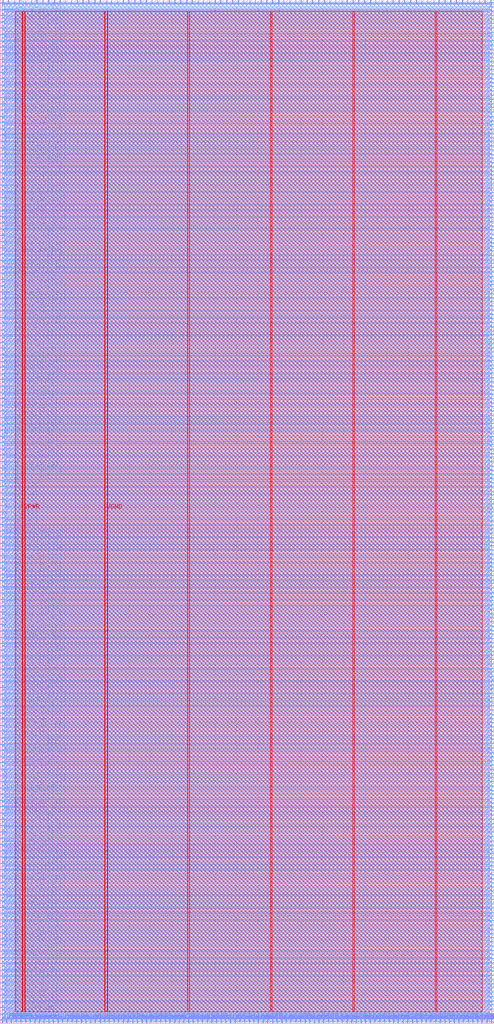
<source format=lef>
VERSION 5.7 ;
NOWIREEXTENSIONATPIN ON ;
DIVIDERCHAR "/" ;
BUSBITCHARS "[]" ;
MACRO wb_interface
  CLASS BLOCK ;
  FOREIGN wb_interface ;
  ORIGIN 0.000 0.000 ;
  SIZE 460.000 BY 952.000 ;
  PIN down_adr_o[0]
    DIRECTION OUTPUT TRISTATE ;
    PORT 
      LAYER met2 ;
      RECT 18.030 948.000 18.310 952.000 ;
    END
  END down_adr_o[0]
  PIN down_adr_o[1]
    DIRECTION OUTPUT TRISTATE ;
    PORT 
      LAYER met2 ;
      RECT 34.130 948.000 34.410 952.000 ;
    END
  END down_adr_o[1]
  PIN down_adr_o[2]
    DIRECTION OUTPUT TRISTATE ;
    PORT 
      LAYER met2 ;
      RECT 50.230 948.000 50.510 952.000 ;
    END
  END down_adr_o[2]
  PIN down_adr_o[3]
    DIRECTION OUTPUT TRISTATE ;
    PORT 
      LAYER met2 ;
      RECT 66.330 948.000 66.610 952.000 ;
    END
  END down_adr_o[3]
  PIN down_adr_o[4]
    DIRECTION OUTPUT TRISTATE ;
    PORT 
      LAYER met2 ;
      RECT 82.430 948.000 82.710 952.000 ;
    END
  END down_adr_o[4]
  PIN down_bus_in[0]
    DIRECTION OUTPUT TRISTATE ;
    PORT 
      LAYER met2 ;
      RECT 23.550 948.000 23.830 952.000 ;
    END
  END down_bus_in[0]
  PIN down_bus_in[10]
    DIRECTION OUTPUT TRISTATE ;
    PORT 
      LAYER met2 ;
      RECT 151.890 948.000 152.170 952.000 ;
    END
  END down_bus_in[10]
  PIN down_bus_in[11]
    DIRECTION OUTPUT TRISTATE ;
    PORT 
      LAYER met2 ;
      RECT 162.470 948.000 162.750 952.000 ;
    END
  END down_bus_in[11]
  PIN down_bus_in[12]
    DIRECTION OUTPUT TRISTATE ;
    PORT 
      LAYER met2 ;
      RECT 173.510 948.000 173.790 952.000 ;
    END
  END down_bus_in[12]
  PIN down_bus_in[13]
    DIRECTION OUTPUT TRISTATE ;
    PORT 
      LAYER met2 ;
      RECT 184.090 948.000 184.370 952.000 ;
    END
  END down_bus_in[13]
  PIN down_bus_in[14]
    DIRECTION OUTPUT TRISTATE ;
    PORT 
      LAYER met2 ;
      RECT 194.670 948.000 194.950 952.000 ;
    END
  END down_bus_in[14]
  PIN down_bus_in[15]
    DIRECTION OUTPUT TRISTATE ;
    PORT 
      LAYER met2 ;
      RECT 205.250 948.000 205.530 952.000 ;
    END
  END down_bus_in[15]
  PIN down_bus_in[16]
    DIRECTION OUTPUT TRISTATE ;
    PORT 
      LAYER met2 ;
      RECT 216.290 948.000 216.570 952.000 ;
    END
  END down_bus_in[16]
  PIN down_bus_in[17]
    DIRECTION OUTPUT TRISTATE ;
    PORT 
      LAYER met2 ;
      RECT 226.870 948.000 227.150 952.000 ;
    END
  END down_bus_in[17]
  PIN down_bus_in[18]
    DIRECTION OUTPUT TRISTATE ;
    PORT 
      LAYER met2 ;
      RECT 237.450 948.000 237.730 952.000 ;
    END
  END down_bus_in[18]
  PIN down_bus_in[19]
    DIRECTION OUTPUT TRISTATE ;
    PORT 
      LAYER met2 ;
      RECT 248.030 948.000 248.310 952.000 ;
    END
  END down_bus_in[19]
  PIN down_bus_in[1]
    DIRECTION OUTPUT TRISTATE ;
    PORT 
      LAYER met2 ;
      RECT 39.650 948.000 39.930 952.000 ;
    END
  END down_bus_in[1]
  PIN down_bus_in[20]
    DIRECTION OUTPUT TRISTATE ;
    PORT 
      LAYER met2 ;
      RECT 259.070 948.000 259.350 952.000 ;
    END
  END down_bus_in[20]
  PIN down_bus_in[21]
    DIRECTION OUTPUT TRISTATE ;
    PORT 
      LAYER met2 ;
      RECT 269.650 948.000 269.930 952.000 ;
    END
  END down_bus_in[21]
  PIN down_bus_in[22]
    DIRECTION OUTPUT TRISTATE ;
    PORT 
      LAYER met2 ;
      RECT 280.230 948.000 280.510 952.000 ;
    END
  END down_bus_in[22]
  PIN down_bus_in[23]
    DIRECTION OUTPUT TRISTATE ;
    PORT 
      LAYER met2 ;
      RECT 290.810 948.000 291.090 952.000 ;
    END
  END down_bus_in[23]
  PIN down_bus_in[24]
    DIRECTION OUTPUT TRISTATE ;
    PORT 
      LAYER met2 ;
      RECT 301.850 948.000 302.130 952.000 ;
    END
  END down_bus_in[24]
  PIN down_bus_in[25]
    DIRECTION OUTPUT TRISTATE ;
    PORT 
      LAYER met2 ;
      RECT 312.430 948.000 312.710 952.000 ;
    END
  END down_bus_in[25]
  PIN down_bus_in[26]
    DIRECTION OUTPUT TRISTATE ;
    PORT 
      LAYER met2 ;
      RECT 323.010 948.000 323.290 952.000 ;
    END
  END down_bus_in[26]
  PIN down_bus_in[27]
    DIRECTION OUTPUT TRISTATE ;
    PORT 
      LAYER met2 ;
      RECT 333.590 948.000 333.870 952.000 ;
    END
  END down_bus_in[27]
  PIN down_bus_in[28]
    DIRECTION OUTPUT TRISTATE ;
    PORT 
      LAYER met2 ;
      RECT 344.630 948.000 344.910 952.000 ;
    END
  END down_bus_in[28]
  PIN down_bus_in[29]
    DIRECTION OUTPUT TRISTATE ;
    PORT 
      LAYER met2 ;
      RECT 355.210 948.000 355.490 952.000 ;
    END
  END down_bus_in[29]
  PIN down_bus_in[2]
    DIRECTION OUTPUT TRISTATE ;
    PORT 
      LAYER met2 ;
      RECT 55.750 948.000 56.030 952.000 ;
    END
  END down_bus_in[2]
  PIN down_bus_in[30]
    DIRECTION OUTPUT TRISTATE ;
    PORT 
      LAYER met2 ;
      RECT 365.790 948.000 366.070 952.000 ;
    END
  END down_bus_in[30]
  PIN down_bus_in[31]
    DIRECTION OUTPUT TRISTATE ;
    PORT 
      LAYER met2 ;
      RECT 376.370 948.000 376.650 952.000 ;
    END
  END down_bus_in[31]
  PIN down_bus_in[32]
    DIRECTION OUTPUT TRISTATE ;
    PORT 
      LAYER met2 ;
      RECT 387.410 948.000 387.690 952.000 ;
    END
  END down_bus_in[32]
  PIN down_bus_in[33]
    DIRECTION OUTPUT TRISTATE ;
    PORT 
      LAYER met2 ;
      RECT 397.990 948.000 398.270 952.000 ;
    END
  END down_bus_in[33]
  PIN down_bus_in[34]
    DIRECTION OUTPUT TRISTATE ;
    PORT 
      LAYER met2 ;
      RECT 408.570 948.000 408.850 952.000 ;
    END
  END down_bus_in[34]
  PIN down_bus_in[35]
    DIRECTION OUTPUT TRISTATE ;
    PORT 
      LAYER met2 ;
      RECT 419.150 948.000 419.430 952.000 ;
    END
  END down_bus_in[35]
  PIN down_bus_in[36]
    DIRECTION OUTPUT TRISTATE ;
    PORT 
      LAYER met2 ;
      RECT 424.670 948.000 424.950 952.000 ;
    END
  END down_bus_in[36]
  PIN down_bus_in[37]
    DIRECTION OUTPUT TRISTATE ;
    PORT 
      LAYER met2 ;
      RECT 430.190 948.000 430.470 952.000 ;
    END
  END down_bus_in[37]
  PIN down_bus_in[38]
    DIRECTION OUTPUT TRISTATE ;
    PORT 
      LAYER met2 ;
      RECT 435.250 948.000 435.530 952.000 ;
    END
  END down_bus_in[38]
  PIN down_bus_in[39]
    DIRECTION OUTPUT TRISTATE ;
    PORT 
      LAYER met2 ;
      RECT 440.770 948.000 441.050 952.000 ;
    END
  END down_bus_in[39]
  PIN down_bus_in[3]
    DIRECTION OUTPUT TRISTATE ;
    PORT 
      LAYER met2 ;
      RECT 71.850 948.000 72.130 952.000 ;
    END
  END down_bus_in[3]
  PIN down_bus_in[40]
    DIRECTION OUTPUT TRISTATE ;
    PORT 
      LAYER met2 ;
      RECT 446.290 948.000 446.570 952.000 ;
    END
  END down_bus_in[40]
  PIN down_bus_in[41]
    DIRECTION OUTPUT TRISTATE ;
    PORT 
      LAYER met2 ;
      RECT 451.350 948.000 451.630 952.000 ;
    END
  END down_bus_in[41]
  PIN down_bus_in[4]
    DIRECTION OUTPUT TRISTATE ;
    PORT 
      LAYER met2 ;
      RECT 87.950 948.000 88.230 952.000 ;
    END
  END down_bus_in[4]
  PIN down_bus_in[5]
    DIRECTION OUTPUT TRISTATE ;
    PORT 
      LAYER met2 ;
      RECT 98.530 948.000 98.810 952.000 ;
    END
  END down_bus_in[5]
  PIN down_bus_in[6]
    DIRECTION OUTPUT TRISTATE ;
    PORT 
      LAYER met2 ;
      RECT 109.110 948.000 109.390 952.000 ;
    END
  END down_bus_in[6]
  PIN down_bus_in[7]
    DIRECTION OUTPUT TRISTATE ;
    PORT 
      LAYER met2 ;
      RECT 119.690 948.000 119.970 952.000 ;
    END
  END down_bus_in[7]
  PIN down_bus_in[8]
    DIRECTION OUTPUT TRISTATE ;
    PORT 
      LAYER met2 ;
      RECT 130.730 948.000 131.010 952.000 ;
    END
  END down_bus_in[8]
  PIN down_bus_in[9]
    DIRECTION OUTPUT TRISTATE ;
    PORT 
      LAYER met2 ;
      RECT 141.310 948.000 141.590 952.000 ;
    END
  END down_bus_in[9]
  PIN down_bus_out[0]
    DIRECTION INPUT ;
    PORT 
      LAYER met2 ;
      RECT 29.070 948.000 29.350 952.000 ;
    END
  END down_bus_out[0]
  PIN down_bus_out[10]
    DIRECTION INPUT ;
    PORT 
      LAYER met2 ;
      RECT 157.410 948.000 157.690 952.000 ;
    END
  END down_bus_out[10]
  PIN down_bus_out[11]
    DIRECTION INPUT ;
    PORT 
      LAYER met2 ;
      RECT 167.990 948.000 168.270 952.000 ;
    END
  END down_bus_out[11]
  PIN down_bus_out[12]
    DIRECTION INPUT ;
    PORT 
      LAYER met2 ;
      RECT 178.570 948.000 178.850 952.000 ;
    END
  END down_bus_out[12]
  PIN down_bus_out[13]
    DIRECTION INPUT ;
    PORT 
      LAYER met2 ;
      RECT 189.150 948.000 189.430 952.000 ;
    END
  END down_bus_out[13]
  PIN down_bus_out[14]
    DIRECTION INPUT ;
    PORT 
      LAYER met2 ;
      RECT 200.190 948.000 200.470 952.000 ;
    END
  END down_bus_out[14]
  PIN down_bus_out[15]
    DIRECTION INPUT ;
    PORT 
      LAYER met2 ;
      RECT 210.770 948.000 211.050 952.000 ;
    END
  END down_bus_out[15]
  PIN down_bus_out[16]
    DIRECTION INPUT ;
    PORT 
      LAYER met2 ;
      RECT 221.350 948.000 221.630 952.000 ;
    END
  END down_bus_out[16]
  PIN down_bus_out[17]
    DIRECTION INPUT ;
    PORT 
      LAYER met2 ;
      RECT 232.390 948.000 232.670 952.000 ;
    END
  END down_bus_out[17]
  PIN down_bus_out[18]
    DIRECTION INPUT ;
    PORT 
      LAYER met2 ;
      RECT 242.970 948.000 243.250 952.000 ;
    END
  END down_bus_out[18]
  PIN down_bus_out[19]
    DIRECTION INPUT ;
    PORT 
      LAYER met2 ;
      RECT 253.550 948.000 253.830 952.000 ;
    END
  END down_bus_out[19]
  PIN down_bus_out[1]
    DIRECTION INPUT ;
    PORT 
      LAYER met2 ;
      RECT 45.170 948.000 45.450 952.000 ;
    END
  END down_bus_out[1]
  PIN down_bus_out[20]
    DIRECTION INPUT ;
    PORT 
      LAYER met2 ;
      RECT 264.130 948.000 264.410 952.000 ;
    END
  END down_bus_out[20]
  PIN down_bus_out[21]
    DIRECTION INPUT ;
    PORT 
      LAYER met2 ;
      RECT 275.170 948.000 275.450 952.000 ;
    END
  END down_bus_out[21]
  PIN down_bus_out[22]
    DIRECTION INPUT ;
    PORT 
      LAYER met2 ;
      RECT 285.750 948.000 286.030 952.000 ;
    END
  END down_bus_out[22]
  PIN down_bus_out[23]
    DIRECTION INPUT ;
    PORT 
      LAYER met2 ;
      RECT 296.330 948.000 296.610 952.000 ;
    END
  END down_bus_out[23]
  PIN down_bus_out[24]
    DIRECTION INPUT ;
    PORT 
      LAYER met2 ;
      RECT 306.910 948.000 307.190 952.000 ;
    END
  END down_bus_out[24]
  PIN down_bus_out[25]
    DIRECTION INPUT ;
    PORT 
      LAYER met2 ;
      RECT 317.950 948.000 318.230 952.000 ;
    END
  END down_bus_out[25]
  PIN down_bus_out[26]
    DIRECTION INPUT ;
    PORT 
      LAYER met2 ;
      RECT 328.530 948.000 328.810 952.000 ;
    END
  END down_bus_out[26]
  PIN down_bus_out[27]
    DIRECTION INPUT ;
    PORT 
      LAYER met2 ;
      RECT 339.110 948.000 339.390 952.000 ;
    END
  END down_bus_out[27]
  PIN down_bus_out[28]
    DIRECTION INPUT ;
    PORT 
      LAYER met2 ;
      RECT 349.690 948.000 349.970 952.000 ;
    END
  END down_bus_out[28]
  PIN down_bus_out[29]
    DIRECTION INPUT ;
    PORT 
      LAYER met2 ;
      RECT 360.730 948.000 361.010 952.000 ;
    END
  END down_bus_out[29]
  PIN down_bus_out[2]
    DIRECTION INPUT ;
    PORT 
      LAYER met2 ;
      RECT 60.810 948.000 61.090 952.000 ;
    END
  END down_bus_out[2]
  PIN down_bus_out[30]
    DIRECTION INPUT ;
    PORT 
      LAYER met2 ;
      RECT 371.310 948.000 371.590 952.000 ;
    END
  END down_bus_out[30]
  PIN down_bus_out[31]
    DIRECTION INPUT ;
    PORT 
      LAYER met2 ;
      RECT 381.890 948.000 382.170 952.000 ;
    END
  END down_bus_out[31]
  PIN down_bus_out[32]
    DIRECTION INPUT ;
    PORT 
      LAYER met2 ;
      RECT 392.470 948.000 392.750 952.000 ;
    END
  END down_bus_out[32]
  PIN down_bus_out[33]
    DIRECTION INPUT ;
    PORT 
      LAYER met2 ;
      RECT 403.510 948.000 403.790 952.000 ;
    END
  END down_bus_out[33]
  PIN down_bus_out[34]
    DIRECTION INPUT ;
    PORT 
      LAYER met2 ;
      RECT 414.090 948.000 414.370 952.000 ;
    END
  END down_bus_out[34]
  PIN down_bus_out[3]
    DIRECTION INPUT ;
    PORT 
      LAYER met2 ;
      RECT 76.910 948.000 77.190 952.000 ;
    END
  END down_bus_out[3]
  PIN down_bus_out[4]
    DIRECTION INPUT ;
    PORT 
      LAYER met2 ;
      RECT 93.010 948.000 93.290 952.000 ;
    END
  END down_bus_out[4]
  PIN down_bus_out[5]
    DIRECTION INPUT ;
    PORT 
      LAYER met2 ;
      RECT 103.590 948.000 103.870 952.000 ;
    END
  END down_bus_out[5]
  PIN down_bus_out[6]
    DIRECTION INPUT ;
    PORT 
      LAYER met2 ;
      RECT 114.630 948.000 114.910 952.000 ;
    END
  END down_bus_out[6]
  PIN down_bus_out[7]
    DIRECTION INPUT ;
    PORT 
      LAYER met2 ;
      RECT 125.210 948.000 125.490 952.000 ;
    END
  END down_bus_out[7]
  PIN down_bus_out[8]
    DIRECTION INPUT ;
    PORT 
      LAYER met2 ;
      RECT 135.790 948.000 136.070 952.000 ;
    END
  END down_bus_out[8]
  PIN down_bus_out[9]
    DIRECTION INPUT ;
    PORT 
      LAYER met2 ;
      RECT 146.370 948.000 146.650 952.000 ;
    END
  END down_bus_out[9]
  PIN down_rst_n_o
    DIRECTION OUTPUT TRISTATE ;
    PORT 
      LAYER met2 ;
      RECT 12.970 948.000 13.250 952.000 ;
    END
  END down_rst_n_o
  PIN fd0_out_o
    DIRECTION OUTPUT TRISTATE ;
    PORT 
      LAYER met2 ;
      RECT 456.870 948.000 457.150 952.000 ;
    END
  END fd0_out_o
  PIN fd1_bus_in[0]
    DIRECTION OUTPUT TRISTATE ;
    PORT 
      LAYER met3 ;
      RECT 456.000 4.800 460.000 5.400 ;
    END
  END fd1_bus_in[0]
  PIN fd1_bus_in[10]
    DIRECTION OUTPUT TRISTATE ;
    PORT 
      LAYER met3 ;
      RECT 456.000 83.000 460.000 83.600 ;
    END
  END fd1_bus_in[10]
  PIN fd1_bus_in[11]
    DIRECTION OUTPUT TRISTATE ;
    PORT 
      LAYER met3 ;
      RECT 456.000 91.160 460.000 91.760 ;
    END
  END fd1_bus_in[11]
  PIN fd1_bus_in[12]
    DIRECTION OUTPUT TRISTATE ;
    PORT 
      LAYER met3 ;
      RECT 456.000 99.320 460.000 99.920 ;
    END
  END fd1_bus_in[12]
  PIN fd1_bus_in[13]
    DIRECTION OUTPUT TRISTATE ;
    PORT 
      LAYER met3 ;
      RECT 456.000 106.800 460.000 107.400 ;
    END
  END fd1_bus_in[13]
  PIN fd1_bus_in[14]
    DIRECTION OUTPUT TRISTATE ;
    PORT 
      LAYER met3 ;
      RECT 456.000 114.960 460.000 115.560 ;
    END
  END fd1_bus_in[14]
  PIN fd1_bus_in[15]
    DIRECTION OUTPUT TRISTATE ;
    PORT 
      LAYER met3 ;
      RECT 456.000 122.440 460.000 123.040 ;
    END
  END fd1_bus_in[15]
  PIN fd1_bus_in[16]
    DIRECTION OUTPUT TRISTATE ;
    PORT 
      LAYER met3 ;
      RECT 456.000 130.600 460.000 131.200 ;
    END
  END fd1_bus_in[16]
  PIN fd1_bus_in[17]
    DIRECTION OUTPUT TRISTATE ;
    PORT 
      LAYER met3 ;
      RECT 456.000 138.080 460.000 138.680 ;
    END
  END fd1_bus_in[17]
  PIN fd1_bus_in[18]
    DIRECTION OUTPUT TRISTATE ;
    PORT 
      LAYER met3 ;
      RECT 456.000 146.240 460.000 146.840 ;
    END
  END fd1_bus_in[18]
  PIN fd1_bus_in[19]
    DIRECTION OUTPUT TRISTATE ;
    PORT 
      LAYER met3 ;
      RECT 456.000 153.720 460.000 154.320 ;
    END
  END fd1_bus_in[19]
  PIN fd1_bus_in[1]
    DIRECTION OUTPUT TRISTATE ;
    PORT 
      LAYER met3 ;
      RECT 456.000 12.960 460.000 13.560 ;
    END
  END fd1_bus_in[1]
  PIN fd1_bus_in[20]
    DIRECTION OUTPUT TRISTATE ;
    PORT 
      LAYER met3 ;
      RECT 456.000 161.880 460.000 162.480 ;
    END
  END fd1_bus_in[20]
  PIN fd1_bus_in[21]
    DIRECTION OUTPUT TRISTATE ;
    PORT 
      LAYER met3 ;
      RECT 456.000 169.360 460.000 169.960 ;
    END
  END fd1_bus_in[21]
  PIN fd1_bus_in[22]
    DIRECTION OUTPUT TRISTATE ;
    PORT 
      LAYER met3 ;
      RECT 456.000 177.520 460.000 178.120 ;
    END
  END fd1_bus_in[22]
  PIN fd1_bus_in[23]
    DIRECTION OUTPUT TRISTATE ;
    PORT 
      LAYER met3 ;
      RECT 456.000 185.000 460.000 185.600 ;
    END
  END fd1_bus_in[23]
  PIN fd1_bus_in[24]
    DIRECTION OUTPUT TRISTATE ;
    PORT 
      LAYER met3 ;
      RECT 456.000 193.160 460.000 193.760 ;
    END
  END fd1_bus_in[24]
  PIN fd1_bus_in[25]
    DIRECTION OUTPUT TRISTATE ;
    PORT 
      LAYER met3 ;
      RECT 456.000 200.640 460.000 201.240 ;
    END
  END fd1_bus_in[25]
  PIN fd1_bus_in[26]
    DIRECTION OUTPUT TRISTATE ;
    PORT 
      LAYER met3 ;
      RECT 456.000 208.800 460.000 209.400 ;
    END
  END fd1_bus_in[26]
  PIN fd1_bus_in[27]
    DIRECTION OUTPUT TRISTATE ;
    PORT 
      LAYER met3 ;
      RECT 456.000 216.280 460.000 216.880 ;
    END
  END fd1_bus_in[27]
  PIN fd1_bus_in[28]
    DIRECTION OUTPUT TRISTATE ;
    PORT 
      LAYER met3 ;
      RECT 456.000 224.440 460.000 225.040 ;
    END
  END fd1_bus_in[28]
  PIN fd1_bus_in[29]
    DIRECTION OUTPUT TRISTATE ;
    PORT 
      LAYER met3 ;
      RECT 456.000 231.920 460.000 232.520 ;
    END
  END fd1_bus_in[29]
  PIN fd1_bus_in[2]
    DIRECTION OUTPUT TRISTATE ;
    PORT 
      LAYER met3 ;
      RECT 456.000 20.440 460.000 21.040 ;
    END
  END fd1_bus_in[2]
  PIN fd1_bus_in[30]
    DIRECTION OUTPUT TRISTATE ;
    PORT 
      LAYER met3 ;
      RECT 456.000 240.080 460.000 240.680 ;
    END
  END fd1_bus_in[30]
  PIN fd1_bus_in[31]
    DIRECTION OUTPUT TRISTATE ;
    PORT 
      LAYER met3 ;
      RECT 456.000 247.560 460.000 248.160 ;
    END
  END fd1_bus_in[31]
  PIN fd1_bus_in[32]
    DIRECTION OUTPUT TRISTATE ;
    PORT 
      LAYER met3 ;
      RECT 456.000 255.720 460.000 256.320 ;
    END
  END fd1_bus_in[32]
  PIN fd1_bus_in[33]
    DIRECTION OUTPUT TRISTATE ;
    PORT 
      LAYER met3 ;
      RECT 456.000 263.880 460.000 264.480 ;
    END
  END fd1_bus_in[33]
  PIN fd1_bus_in[34]
    DIRECTION OUTPUT TRISTATE ;
    PORT 
      LAYER met3 ;
      RECT 456.000 271.360 460.000 271.960 ;
    END
  END fd1_bus_in[34]
  PIN fd1_bus_in[35]
    DIRECTION OUTPUT TRISTATE ;
    PORT 
      LAYER met3 ;
      RECT 456.000 279.520 460.000 280.120 ;
    END
  END fd1_bus_in[35]
  PIN fd1_bus_in[36]
    DIRECTION OUTPUT TRISTATE ;
    PORT 
      LAYER met3 ;
      RECT 456.000 282.920 460.000 283.520 ;
    END
  END fd1_bus_in[36]
  PIN fd1_bus_in[37]
    DIRECTION OUTPUT TRISTATE ;
    PORT 
      LAYER met3 ;
      RECT 456.000 287.000 460.000 287.600 ;
    END
  END fd1_bus_in[37]
  PIN fd1_bus_in[38]
    DIRECTION OUTPUT TRISTATE ;
    PORT 
      LAYER met3 ;
      RECT 456.000 291.080 460.000 291.680 ;
    END
  END fd1_bus_in[38]
  PIN fd1_bus_in[39]
    DIRECTION OUTPUT TRISTATE ;
    PORT 
      LAYER met3 ;
      RECT 456.000 295.160 460.000 295.760 ;
    END
  END fd1_bus_in[39]
  PIN fd1_bus_in[3]
    DIRECTION OUTPUT TRISTATE ;
    PORT 
      LAYER met3 ;
      RECT 456.000 28.600 460.000 29.200 ;
    END
  END fd1_bus_in[3]
  PIN fd1_bus_in[40]
    DIRECTION OUTPUT TRISTATE ;
    PORT 
      LAYER met3 ;
      RECT 456.000 298.560 460.000 299.160 ;
    END
  END fd1_bus_in[40]
  PIN fd1_bus_in[41]
    DIRECTION OUTPUT TRISTATE ;
    PORT 
      LAYER met3 ;
      RECT 456.000 302.640 460.000 303.240 ;
    END
  END fd1_bus_in[41]
  PIN fd1_bus_in[4]
    DIRECTION OUTPUT TRISTATE ;
    PORT 
      LAYER met3 ;
      RECT 456.000 36.080 460.000 36.680 ;
    END
  END fd1_bus_in[4]
  PIN fd1_bus_in[5]
    DIRECTION OUTPUT TRISTATE ;
    PORT 
      LAYER met3 ;
      RECT 456.000 44.240 460.000 44.840 ;
    END
  END fd1_bus_in[5]
  PIN fd1_bus_in[6]
    DIRECTION OUTPUT TRISTATE ;
    PORT 
      LAYER met3 ;
      RECT 456.000 51.720 460.000 52.320 ;
    END
  END fd1_bus_in[6]
  PIN fd1_bus_in[7]
    DIRECTION OUTPUT TRISTATE ;
    PORT 
      LAYER met3 ;
      RECT 456.000 59.880 460.000 60.480 ;
    END
  END fd1_bus_in[7]
  PIN fd1_bus_in[8]
    DIRECTION OUTPUT TRISTATE ;
    PORT 
      LAYER met3 ;
      RECT 456.000 67.360 460.000 67.960 ;
    END
  END fd1_bus_in[8]
  PIN fd1_bus_in[9]
    DIRECTION OUTPUT TRISTATE ;
    PORT 
      LAYER met3 ;
      RECT 456.000 75.520 460.000 76.120 ;
    END
  END fd1_bus_in[9]
  PIN fd1_bus_out[0]
    DIRECTION INPUT ;
    PORT 
      LAYER met3 ;
      RECT 456.000 8.880 460.000 9.480 ;
    END
  END fd1_bus_out[0]
  PIN fd1_bus_out[10]
    DIRECTION INPUT ;
    PORT 
      LAYER met3 ;
      RECT 456.000 87.080 460.000 87.680 ;
    END
  END fd1_bus_out[10]
  PIN fd1_bus_out[11]
    DIRECTION INPUT ;
    PORT 
      LAYER met3 ;
      RECT 456.000 95.240 460.000 95.840 ;
    END
  END fd1_bus_out[11]
  PIN fd1_bus_out[12]
    DIRECTION INPUT ;
    PORT 
      LAYER met3 ;
      RECT 456.000 102.720 460.000 103.320 ;
    END
  END fd1_bus_out[12]
  PIN fd1_bus_out[13]
    DIRECTION INPUT ;
    PORT 
      LAYER met3 ;
      RECT 456.000 110.880 460.000 111.480 ;
    END
  END fd1_bus_out[13]
  PIN fd1_bus_out[14]
    DIRECTION INPUT ;
    PORT 
      LAYER met3 ;
      RECT 456.000 118.360 460.000 118.960 ;
    END
  END fd1_bus_out[14]
  PIN fd1_bus_out[15]
    DIRECTION INPUT ;
    PORT 
      LAYER met3 ;
      RECT 456.000 126.520 460.000 127.120 ;
    END
  END fd1_bus_out[15]
  PIN fd1_bus_out[16]
    DIRECTION INPUT ;
    PORT 
      LAYER met3 ;
      RECT 456.000 134.000 460.000 134.600 ;
    END
  END fd1_bus_out[16]
  PIN fd1_bus_out[17]
    DIRECTION INPUT ;
    PORT 
      LAYER met3 ;
      RECT 456.000 142.160 460.000 142.760 ;
    END
  END fd1_bus_out[17]
  PIN fd1_bus_out[18]
    DIRECTION INPUT ;
    PORT 
      LAYER met3 ;
      RECT 456.000 149.640 460.000 150.240 ;
    END
  END fd1_bus_out[18]
  PIN fd1_bus_out[19]
    DIRECTION INPUT ;
    PORT 
      LAYER met3 ;
      RECT 456.000 157.800 460.000 158.400 ;
    END
  END fd1_bus_out[19]
  PIN fd1_bus_out[1]
    DIRECTION INPUT ;
    PORT 
      LAYER met3 ;
      RECT 456.000 17.040 460.000 17.640 ;
    END
  END fd1_bus_out[1]
  PIN fd1_bus_out[20]
    DIRECTION INPUT ;
    PORT 
      LAYER met3 ;
      RECT 456.000 165.280 460.000 165.880 ;
    END
  END fd1_bus_out[20]
  PIN fd1_bus_out[21]
    DIRECTION INPUT ;
    PORT 
      LAYER met3 ;
      RECT 456.000 173.440 460.000 174.040 ;
    END
  END fd1_bus_out[21]
  PIN fd1_bus_out[22]
    DIRECTION INPUT ;
    PORT 
      LAYER met3 ;
      RECT 456.000 181.600 460.000 182.200 ;
    END
  END fd1_bus_out[22]
  PIN fd1_bus_out[23]
    DIRECTION INPUT ;
    PORT 
      LAYER met3 ;
      RECT 456.000 189.080 460.000 189.680 ;
    END
  END fd1_bus_out[23]
  PIN fd1_bus_out[24]
    DIRECTION INPUT ;
    PORT 
      LAYER met3 ;
      RECT 456.000 197.240 460.000 197.840 ;
    END
  END fd1_bus_out[24]
  PIN fd1_bus_out[25]
    DIRECTION INPUT ;
    PORT 
      LAYER met3 ;
      RECT 456.000 204.720 460.000 205.320 ;
    END
  END fd1_bus_out[25]
  PIN fd1_bus_out[26]
    DIRECTION INPUT ;
    PORT 
      LAYER met3 ;
      RECT 456.000 212.880 460.000 213.480 ;
    END
  END fd1_bus_out[26]
  PIN fd1_bus_out[27]
    DIRECTION INPUT ;
    PORT 
      LAYER met3 ;
      RECT 456.000 220.360 460.000 220.960 ;
    END
  END fd1_bus_out[27]
  PIN fd1_bus_out[28]
    DIRECTION INPUT ;
    PORT 
      LAYER met3 ;
      RECT 456.000 228.520 460.000 229.120 ;
    END
  END fd1_bus_out[28]
  PIN fd1_bus_out[29]
    DIRECTION INPUT ;
    PORT 
      LAYER met3 ;
      RECT 456.000 236.000 460.000 236.600 ;
    END
  END fd1_bus_out[29]
  PIN fd1_bus_out[2]
    DIRECTION INPUT ;
    PORT 
      LAYER met3 ;
      RECT 456.000 24.520 460.000 25.120 ;
    END
  END fd1_bus_out[2]
  PIN fd1_bus_out[30]
    DIRECTION INPUT ;
    PORT 
      LAYER met3 ;
      RECT 456.000 244.160 460.000 244.760 ;
    END
  END fd1_bus_out[30]
  PIN fd1_bus_out[31]
    DIRECTION INPUT ;
    PORT 
      LAYER met3 ;
      RECT 456.000 251.640 460.000 252.240 ;
    END
  END fd1_bus_out[31]
  PIN fd1_bus_out[32]
    DIRECTION INPUT ;
    PORT 
      LAYER met3 ;
      RECT 456.000 259.800 460.000 260.400 ;
    END
  END fd1_bus_out[32]
  PIN fd1_bus_out[33]
    DIRECTION INPUT ;
    PORT 
      LAYER met3 ;
      RECT 456.000 267.280 460.000 267.880 ;
    END
  END fd1_bus_out[33]
  PIN fd1_bus_out[34]
    DIRECTION INPUT ;
    PORT 
      LAYER met3 ;
      RECT 456.000 275.440 460.000 276.040 ;
    END
  END fd1_bus_out[34]
  PIN fd1_bus_out[3]
    DIRECTION INPUT ;
    PORT 
      LAYER met3 ;
      RECT 456.000 32.680 460.000 33.280 ;
    END
  END fd1_bus_out[3]
  PIN fd1_bus_out[4]
    DIRECTION INPUT ;
    PORT 
      LAYER met3 ;
      RECT 456.000 40.160 460.000 40.760 ;
    END
  END fd1_bus_out[4]
  PIN fd1_bus_out[5]
    DIRECTION INPUT ;
    PORT 
      LAYER met3 ;
      RECT 456.000 48.320 460.000 48.920 ;
    END
  END fd1_bus_out[5]
  PIN fd1_bus_out[6]
    DIRECTION INPUT ;
    PORT 
      LAYER met3 ;
      RECT 456.000 55.800 460.000 56.400 ;
    END
  END fd1_bus_out[6]
  PIN fd1_bus_out[7]
    DIRECTION INPUT ;
    PORT 
      LAYER met3 ;
      RECT 456.000 63.960 460.000 64.560 ;
    END
  END fd1_bus_out[7]
  PIN fd1_bus_out[8]
    DIRECTION INPUT ;
    PORT 
      LAYER met3 ;
      RECT 456.000 71.440 460.000 72.040 ;
    END
  END fd1_bus_out[8]
  PIN fd1_bus_out[9]
    DIRECTION INPUT ;
    PORT 
      LAYER met3 ;
      RECT 456.000 79.600 460.000 80.200 ;
    END
  END fd1_bus_out[9]
  PIN fd1_rst_n
    DIRECTION OUTPUT TRISTATE ;
    PORT 
      LAYER met3 ;
      RECT 456.000 1.400 460.000 2.000 ;
    END
  END fd1_rst_n
  PIN fd2_bus_in[0]
    DIRECTION OUTPUT TRISTATE ;
    PORT 
      LAYER met3 ;
      RECT 456.000 329.840 460.000 330.440 ;
    END
  END fd2_bus_in[0]
  PIN fd2_bus_in[10]
    DIRECTION OUTPUT TRISTATE ;
    PORT 
      LAYER met3 ;
      RECT 456.000 408.720 460.000 409.320 ;
    END
  END fd2_bus_in[10]
  PIN fd2_bus_in[11]
    DIRECTION OUTPUT TRISTATE ;
    PORT 
      LAYER met3 ;
      RECT 456.000 416.200 460.000 416.800 ;
    END
  END fd2_bus_in[11]
  PIN fd2_bus_in[12]
    DIRECTION OUTPUT TRISTATE ;
    PORT 
      LAYER met3 ;
      RECT 456.000 424.360 460.000 424.960 ;
    END
  END fd2_bus_in[12]
  PIN fd2_bus_in[13]
    DIRECTION OUTPUT TRISTATE ;
    PORT 
      LAYER met3 ;
      RECT 456.000 431.840 460.000 432.440 ;
    END
  END fd2_bus_in[13]
  PIN fd2_bus_in[14]
    DIRECTION OUTPUT TRISTATE ;
    PORT 
      LAYER met3 ;
      RECT 456.000 440.000 460.000 440.600 ;
    END
  END fd2_bus_in[14]
  PIN fd2_bus_in[15]
    DIRECTION OUTPUT TRISTATE ;
    PORT 
      LAYER met3 ;
      RECT 456.000 447.480 460.000 448.080 ;
    END
  END fd2_bus_in[15]
  PIN fd2_bus_in[16]
    DIRECTION OUTPUT TRISTATE ;
    PORT 
      LAYER met3 ;
      RECT 456.000 455.640 460.000 456.240 ;
    END
  END fd2_bus_in[16]
  PIN fd2_bus_in[17]
    DIRECTION OUTPUT TRISTATE ;
    PORT 
      LAYER met3 ;
      RECT 456.000 463.120 460.000 463.720 ;
    END
  END fd2_bus_in[17]
  PIN fd2_bus_in[18]
    DIRECTION OUTPUT TRISTATE ;
    PORT 
      LAYER met3 ;
      RECT 456.000 471.280 460.000 471.880 ;
    END
  END fd2_bus_in[18]
  PIN fd2_bus_in[19]
    DIRECTION OUTPUT TRISTATE ;
    PORT 
      LAYER met3 ;
      RECT 456.000 478.760 460.000 479.360 ;
    END
  END fd2_bus_in[19]
  PIN fd2_bus_in[1]
    DIRECTION OUTPUT TRISTATE ;
    PORT 
      LAYER met3 ;
      RECT 456.000 338.000 460.000 338.600 ;
    END
  END fd2_bus_in[1]
  PIN fd2_bus_in[20]
    DIRECTION OUTPUT TRISTATE ;
    PORT 
      LAYER met3 ;
      RECT 456.000 486.920 460.000 487.520 ;
    END
  END fd2_bus_in[20]
  PIN fd2_bus_in[21]
    DIRECTION OUTPUT TRISTATE ;
    PORT 
      LAYER met3 ;
      RECT 456.000 494.400 460.000 495.000 ;
    END
  END fd2_bus_in[21]
  PIN fd2_bus_in[22]
    DIRECTION OUTPUT TRISTATE ;
    PORT 
      LAYER met3 ;
      RECT 456.000 502.560 460.000 503.160 ;
    END
  END fd2_bus_in[22]
  PIN fd2_bus_in[23]
    DIRECTION OUTPUT TRISTATE ;
    PORT 
      LAYER met3 ;
      RECT 456.000 510.040 460.000 510.640 ;
    END
  END fd2_bus_in[23]
  PIN fd2_bus_in[24]
    DIRECTION OUTPUT TRISTATE ;
    PORT 
      LAYER met3 ;
      RECT 456.000 518.200 460.000 518.800 ;
    END
  END fd2_bus_in[24]
  PIN fd2_bus_in[25]
    DIRECTION OUTPUT TRISTATE ;
    PORT 
      LAYER met3 ;
      RECT 456.000 526.360 460.000 526.960 ;
    END
  END fd2_bus_in[25]
  PIN fd2_bus_in[26]
    DIRECTION OUTPUT TRISTATE ;
    PORT 
      LAYER met3 ;
      RECT 456.000 533.840 460.000 534.440 ;
    END
  END fd2_bus_in[26]
  PIN fd2_bus_in[27]
    DIRECTION OUTPUT TRISTATE ;
    PORT 
      LAYER met3 ;
      RECT 456.000 542.000 460.000 542.600 ;
    END
  END fd2_bus_in[27]
  PIN fd2_bus_in[28]
    DIRECTION OUTPUT TRISTATE ;
    PORT 
      LAYER met3 ;
      RECT 456.000 549.480 460.000 550.080 ;
    END
  END fd2_bus_in[28]
  PIN fd2_bus_in[29]
    DIRECTION OUTPUT TRISTATE ;
    PORT 
      LAYER met3 ;
      RECT 456.000 557.640 460.000 558.240 ;
    END
  END fd2_bus_in[29]
  PIN fd2_bus_in[2]
    DIRECTION OUTPUT TRISTATE ;
    PORT 
      LAYER met3 ;
      RECT 456.000 345.480 460.000 346.080 ;
    END
  END fd2_bus_in[2]
  PIN fd2_bus_in[30]
    DIRECTION OUTPUT TRISTATE ;
    PORT 
      LAYER met3 ;
      RECT 456.000 565.120 460.000 565.720 ;
    END
  END fd2_bus_in[30]
  PIN fd2_bus_in[31]
    DIRECTION OUTPUT TRISTATE ;
    PORT 
      LAYER met3 ;
      RECT 456.000 573.280 460.000 573.880 ;
    END
  END fd2_bus_in[31]
  PIN fd2_bus_in[32]
    DIRECTION OUTPUT TRISTATE ;
    PORT 
      LAYER met3 ;
      RECT 456.000 580.760 460.000 581.360 ;
    END
  END fd2_bus_in[32]
  PIN fd2_bus_in[33]
    DIRECTION OUTPUT TRISTATE ;
    PORT 
      LAYER met3 ;
      RECT 456.000 588.920 460.000 589.520 ;
    END
  END fd2_bus_in[33]
  PIN fd2_bus_in[34]
    DIRECTION OUTPUT TRISTATE ;
    PORT 
      LAYER met3 ;
      RECT 456.000 596.400 460.000 597.000 ;
    END
  END fd2_bus_in[34]
  PIN fd2_bus_in[35]
    DIRECTION OUTPUT TRISTATE ;
    PORT 
      LAYER met3 ;
      RECT 456.000 604.560 460.000 605.160 ;
    END
  END fd2_bus_in[35]
  PIN fd2_bus_in[36]
    DIRECTION OUTPUT TRISTATE ;
    PORT 
      LAYER met3 ;
      RECT 456.000 608.640 460.000 609.240 ;
    END
  END fd2_bus_in[36]
  PIN fd2_bus_in[37]
    DIRECTION OUTPUT TRISTATE ;
    PORT 
      LAYER met3 ;
      RECT 456.000 612.040 460.000 612.640 ;
    END
  END fd2_bus_in[37]
  PIN fd2_bus_in[38]
    DIRECTION OUTPUT TRISTATE ;
    PORT 
      LAYER met3 ;
      RECT 456.000 616.120 460.000 616.720 ;
    END
  END fd2_bus_in[38]
  PIN fd2_bus_in[39]
    DIRECTION OUTPUT TRISTATE ;
    PORT 
      LAYER met3 ;
      RECT 456.000 620.200 460.000 620.800 ;
    END
  END fd2_bus_in[39]
  PIN fd2_bus_in[3]
    DIRECTION OUTPUT TRISTATE ;
    PORT 
      LAYER met3 ;
      RECT 456.000 353.640 460.000 354.240 ;
    END
  END fd2_bus_in[3]
  PIN fd2_bus_in[40]
    DIRECTION OUTPUT TRISTATE ;
    PORT 
      LAYER met3 ;
      RECT 456.000 624.280 460.000 624.880 ;
    END
  END fd2_bus_in[40]
  PIN fd2_bus_in[41]
    DIRECTION OUTPUT TRISTATE ;
    PORT 
      LAYER met3 ;
      RECT 456.000 627.680 460.000 628.280 ;
    END
  END fd2_bus_in[41]
  PIN fd2_bus_in[4]
    DIRECTION OUTPUT TRISTATE ;
    PORT 
      LAYER met3 ;
      RECT 456.000 361.800 460.000 362.400 ;
    END
  END fd2_bus_in[4]
  PIN fd2_bus_in[5]
    DIRECTION OUTPUT TRISTATE ;
    PORT 
      LAYER met3 ;
      RECT 456.000 369.280 460.000 369.880 ;
    END
  END fd2_bus_in[5]
  PIN fd2_bus_in[6]
    DIRECTION OUTPUT TRISTATE ;
    PORT 
      LAYER met3 ;
      RECT 456.000 377.440 460.000 378.040 ;
    END
  END fd2_bus_in[6]
  PIN fd2_bus_in[7]
    DIRECTION OUTPUT TRISTATE ;
    PORT 
      LAYER met3 ;
      RECT 456.000 384.920 460.000 385.520 ;
    END
  END fd2_bus_in[7]
  PIN fd2_bus_in[8]
    DIRECTION OUTPUT TRISTATE ;
    PORT 
      LAYER met3 ;
      RECT 456.000 393.080 460.000 393.680 ;
    END
  END fd2_bus_in[8]
  PIN fd2_bus_in[9]
    DIRECTION OUTPUT TRISTATE ;
    PORT 
      LAYER met3 ;
      RECT 456.000 400.560 460.000 401.160 ;
    END
  END fd2_bus_in[9]
  PIN fd2_bus_out[0]
    DIRECTION INPUT ;
    PORT 
      LAYER met3 ;
      RECT 456.000 333.920 460.000 334.520 ;
    END
  END fd2_bus_out[0]
  PIN fd2_bus_out[10]
    DIRECTION INPUT ;
    PORT 
      LAYER met3 ;
      RECT 456.000 412.120 460.000 412.720 ;
    END
  END fd2_bus_out[10]
  PIN fd2_bus_out[11]
    DIRECTION INPUT ;
    PORT 
      LAYER met3 ;
      RECT 456.000 420.280 460.000 420.880 ;
    END
  END fd2_bus_out[11]
  PIN fd2_bus_out[12]
    DIRECTION INPUT ;
    PORT 
      LAYER met3 ;
      RECT 456.000 427.760 460.000 428.360 ;
    END
  END fd2_bus_out[12]
  PIN fd2_bus_out[13]
    DIRECTION INPUT ;
    PORT 
      LAYER met3 ;
      RECT 456.000 435.920 460.000 436.520 ;
    END
  END fd2_bus_out[13]
  PIN fd2_bus_out[14]
    DIRECTION INPUT ;
    PORT 
      LAYER met3 ;
      RECT 456.000 444.080 460.000 444.680 ;
    END
  END fd2_bus_out[14]
  PIN fd2_bus_out[15]
    DIRECTION INPUT ;
    PORT 
      LAYER met3 ;
      RECT 456.000 451.560 460.000 452.160 ;
    END
  END fd2_bus_out[15]
  PIN fd2_bus_out[16]
    DIRECTION INPUT ;
    PORT 
      LAYER met3 ;
      RECT 456.000 459.720 460.000 460.320 ;
    END
  END fd2_bus_out[16]
  PIN fd2_bus_out[17]
    DIRECTION INPUT ;
    PORT 
      LAYER met3 ;
      RECT 456.000 467.200 460.000 467.800 ;
    END
  END fd2_bus_out[17]
  PIN fd2_bus_out[18]
    DIRECTION INPUT ;
    PORT 
      LAYER met3 ;
      RECT 456.000 475.360 460.000 475.960 ;
    END
  END fd2_bus_out[18]
  PIN fd2_bus_out[19]
    DIRECTION INPUT ;
    PORT 
      LAYER met3 ;
      RECT 456.000 482.840 460.000 483.440 ;
    END
  END fd2_bus_out[19]
  PIN fd2_bus_out[1]
    DIRECTION INPUT ;
    PORT 
      LAYER met3 ;
      RECT 456.000 342.080 460.000 342.680 ;
    END
  END fd2_bus_out[1]
  PIN fd2_bus_out[20]
    DIRECTION INPUT ;
    PORT 
      LAYER met3 ;
      RECT 456.000 491.000 460.000 491.600 ;
    END
  END fd2_bus_out[20]
  PIN fd2_bus_out[21]
    DIRECTION INPUT ;
    PORT 
      LAYER met3 ;
      RECT 456.000 498.480 460.000 499.080 ;
    END
  END fd2_bus_out[21]
  PIN fd2_bus_out[22]
    DIRECTION INPUT ;
    PORT 
      LAYER met3 ;
      RECT 456.000 506.640 460.000 507.240 ;
    END
  END fd2_bus_out[22]
  PIN fd2_bus_out[23]
    DIRECTION INPUT ;
    PORT 
      LAYER met3 ;
      RECT 456.000 514.120 460.000 514.720 ;
    END
  END fd2_bus_out[23]
  PIN fd2_bus_out[24]
    DIRECTION INPUT ;
    PORT 
      LAYER met3 ;
      RECT 456.000 522.280 460.000 522.880 ;
    END
  END fd2_bus_out[24]
  PIN fd2_bus_out[25]
    DIRECTION INPUT ;
    PORT 
      LAYER met3 ;
      RECT 456.000 529.760 460.000 530.360 ;
    END
  END fd2_bus_out[25]
  PIN fd2_bus_out[26]
    DIRECTION INPUT ;
    PORT 
      LAYER met3 ;
      RECT 456.000 537.920 460.000 538.520 ;
    END
  END fd2_bus_out[26]
  PIN fd2_bus_out[27]
    DIRECTION INPUT ;
    PORT 
      LAYER met3 ;
      RECT 456.000 545.400 460.000 546.000 ;
    END
  END fd2_bus_out[27]
  PIN fd2_bus_out[28]
    DIRECTION INPUT ;
    PORT 
      LAYER met3 ;
      RECT 456.000 553.560 460.000 554.160 ;
    END
  END fd2_bus_out[28]
  PIN fd2_bus_out[29]
    DIRECTION INPUT ;
    PORT 
      LAYER met3 ;
      RECT 456.000 561.040 460.000 561.640 ;
    END
  END fd2_bus_out[29]
  PIN fd2_bus_out[2]
    DIRECTION INPUT ;
    PORT 
      LAYER met3 ;
      RECT 456.000 349.560 460.000 350.160 ;
    END
  END fd2_bus_out[2]
  PIN fd2_bus_out[30]
    DIRECTION INPUT ;
    PORT 
      LAYER met3 ;
      RECT 456.000 569.200 460.000 569.800 ;
    END
  END fd2_bus_out[30]
  PIN fd2_bus_out[31]
    DIRECTION INPUT ;
    PORT 
      LAYER met3 ;
      RECT 456.000 576.680 460.000 577.280 ;
    END
  END fd2_bus_out[31]
  PIN fd2_bus_out[32]
    DIRECTION INPUT ;
    PORT 
      LAYER met3 ;
      RECT 456.000 584.840 460.000 585.440 ;
    END
  END fd2_bus_out[32]
  PIN fd2_bus_out[33]
    DIRECTION INPUT ;
    PORT 
      LAYER met3 ;
      RECT 456.000 592.320 460.000 592.920 ;
    END
  END fd2_bus_out[33]
  PIN fd2_bus_out[34]
    DIRECTION INPUT ;
    PORT 
      LAYER met3 ;
      RECT 456.000 600.480 460.000 601.080 ;
    END
  END fd2_bus_out[34]
  PIN fd2_bus_out[3]
    DIRECTION INPUT ;
    PORT 
      LAYER met3 ;
      RECT 456.000 357.720 460.000 358.320 ;
    END
  END fd2_bus_out[3]
  PIN fd2_bus_out[4]
    DIRECTION INPUT ;
    PORT 
      LAYER met3 ;
      RECT 456.000 365.200 460.000 365.800 ;
    END
  END fd2_bus_out[4]
  PIN fd2_bus_out[5]
    DIRECTION INPUT ;
    PORT 
      LAYER met3 ;
      RECT 456.000 373.360 460.000 373.960 ;
    END
  END fd2_bus_out[5]
  PIN fd2_bus_out[6]
    DIRECTION INPUT ;
    PORT 
      LAYER met3 ;
      RECT 456.000 380.840 460.000 381.440 ;
    END
  END fd2_bus_out[6]
  PIN fd2_bus_out[7]
    DIRECTION INPUT ;
    PORT 
      LAYER met3 ;
      RECT 456.000 389.000 460.000 389.600 ;
    END
  END fd2_bus_out[7]
  PIN fd2_bus_out[8]
    DIRECTION INPUT ;
    PORT 
      LAYER met3 ;
      RECT 456.000 396.480 460.000 397.080 ;
    END
  END fd2_bus_out[8]
  PIN fd2_bus_out[9]
    DIRECTION INPUT ;
    PORT 
      LAYER met3 ;
      RECT 456.000 404.640 460.000 405.240 ;
    END
  END fd2_bus_out[9]
  PIN fd2_rst_n
    DIRECTION OUTPUT TRISTATE ;
    PORT 
      LAYER met3 ;
      RECT 456.000 326.440 460.000 327.040 ;
    END
  END fd2_rst_n
  PIN fd3_bus_in[0]
    DIRECTION OUTPUT TRISTATE ;
    PORT 
      LAYER met3 ;
      RECT 456.000 651.480 460.000 652.080 ;
    END
  END fd3_bus_in[0]
  PIN fd3_bus_in[10]
    DIRECTION OUTPUT TRISTATE ;
    PORT 
      LAYER met3 ;
      RECT 456.000 729.680 460.000 730.280 ;
    END
  END fd3_bus_in[10]
  PIN fd3_bus_in[11]
    DIRECTION OUTPUT TRISTATE ;
    PORT 
      LAYER met3 ;
      RECT 456.000 737.840 460.000 738.440 ;
    END
  END fd3_bus_in[11]
  PIN fd3_bus_in[12]
    DIRECTION OUTPUT TRISTATE ;
    PORT 
      LAYER met3 ;
      RECT 456.000 745.320 460.000 745.920 ;
    END
  END fd3_bus_in[12]
  PIN fd3_bus_in[13]
    DIRECTION OUTPUT TRISTATE ;
    PORT 
      LAYER met3 ;
      RECT 456.000 753.480 460.000 754.080 ;
    END
  END fd3_bus_in[13]
  PIN fd3_bus_in[14]
    DIRECTION OUTPUT TRISTATE ;
    PORT 
      LAYER met3 ;
      RECT 456.000 760.960 460.000 761.560 ;
    END
  END fd3_bus_in[14]
  PIN fd3_bus_in[15]
    DIRECTION OUTPUT TRISTATE ;
    PORT 
      LAYER met3 ;
      RECT 456.000 769.120 460.000 769.720 ;
    END
  END fd3_bus_in[15]
  PIN fd3_bus_in[16]
    DIRECTION OUTPUT TRISTATE ;
    PORT 
      LAYER met3 ;
      RECT 456.000 776.600 460.000 777.200 ;
    END
  END fd3_bus_in[16]
  PIN fd3_bus_in[17]
    DIRECTION OUTPUT TRISTATE ;
    PORT 
      LAYER met3 ;
      RECT 456.000 784.760 460.000 785.360 ;
    END
  END fd3_bus_in[17]
  PIN fd3_bus_in[18]
    DIRECTION OUTPUT TRISTATE ;
    PORT 
      LAYER met3 ;
      RECT 456.000 792.240 460.000 792.840 ;
    END
  END fd3_bus_in[18]
  PIN fd3_bus_in[19]
    DIRECTION OUTPUT TRISTATE ;
    PORT 
      LAYER met3 ;
      RECT 456.000 800.400 460.000 801.000 ;
    END
  END fd3_bus_in[19]
  PIN fd3_bus_in[1]
    DIRECTION OUTPUT TRISTATE ;
    PORT 
      LAYER met3 ;
      RECT 456.000 658.960 460.000 659.560 ;
    END
  END fd3_bus_in[1]
  PIN fd3_bus_in[20]
    DIRECTION OUTPUT TRISTATE ;
    PORT 
      LAYER met3 ;
      RECT 456.000 807.880 460.000 808.480 ;
    END
  END fd3_bus_in[20]
  PIN fd3_bus_in[21]
    DIRECTION OUTPUT TRISTATE ;
    PORT 
      LAYER met3 ;
      RECT 456.000 816.040 460.000 816.640 ;
    END
  END fd3_bus_in[21]
  PIN fd3_bus_in[22]
    DIRECTION OUTPUT TRISTATE ;
    PORT 
      LAYER met3 ;
      RECT 456.000 823.520 460.000 824.120 ;
    END
  END fd3_bus_in[22]
  PIN fd3_bus_in[23]
    DIRECTION OUTPUT TRISTATE ;
    PORT 
      LAYER met3 ;
      RECT 456.000 831.680 460.000 832.280 ;
    END
  END fd3_bus_in[23]
  PIN fd3_bus_in[24]
    DIRECTION OUTPUT TRISTATE ;
    PORT 
      LAYER met3 ;
      RECT 456.000 839.160 460.000 839.760 ;
    END
  END fd3_bus_in[24]
  PIN fd3_bus_in[25]
    DIRECTION OUTPUT TRISTATE ;
    PORT 
      LAYER met3 ;
      RECT 456.000 847.320 460.000 847.920 ;
    END
  END fd3_bus_in[25]
  PIN fd3_bus_in[26]
    DIRECTION OUTPUT TRISTATE ;
    PORT 
      LAYER met3 ;
      RECT 456.000 854.800 460.000 855.400 ;
    END
  END fd3_bus_in[26]
  PIN fd3_bus_in[27]
    DIRECTION OUTPUT TRISTATE ;
    PORT 
      LAYER met3 ;
      RECT 456.000 862.960 460.000 863.560 ;
    END
  END fd3_bus_in[27]
  PIN fd3_bus_in[28]
    DIRECTION OUTPUT TRISTATE ;
    PORT 
      LAYER met3 ;
      RECT 456.000 871.120 460.000 871.720 ;
    END
  END fd3_bus_in[28]
  PIN fd3_bus_in[29]
    DIRECTION OUTPUT TRISTATE ;
    PORT 
      LAYER met3 ;
      RECT 456.000 878.600 460.000 879.200 ;
    END
  END fd3_bus_in[29]
  PIN fd3_bus_in[2]
    DIRECTION OUTPUT TRISTATE ;
    PORT 
      LAYER met3 ;
      RECT 456.000 667.120 460.000 667.720 ;
    END
  END fd3_bus_in[2]
  PIN fd3_bus_in[30]
    DIRECTION OUTPUT TRISTATE ;
    PORT 
      LAYER met3 ;
      RECT 456.000 886.760 460.000 887.360 ;
    END
  END fd3_bus_in[30]
  PIN fd3_bus_in[31]
    DIRECTION OUTPUT TRISTATE ;
    PORT 
      LAYER met3 ;
      RECT 456.000 894.240 460.000 894.840 ;
    END
  END fd3_bus_in[31]
  PIN fd3_bus_in[32]
    DIRECTION OUTPUT TRISTATE ;
    PORT 
      LAYER met3 ;
      RECT 456.000 902.400 460.000 903.000 ;
    END
  END fd3_bus_in[32]
  PIN fd3_bus_in[33]
    DIRECTION OUTPUT TRISTATE ;
    PORT 
      LAYER met3 ;
      RECT 456.000 909.880 460.000 910.480 ;
    END
  END fd3_bus_in[33]
  PIN fd3_bus_in[34]
    DIRECTION OUTPUT TRISTATE ;
    PORT 
      LAYER met3 ;
      RECT 456.000 918.040 460.000 918.640 ;
    END
  END fd3_bus_in[34]
  PIN fd3_bus_in[35]
    DIRECTION OUTPUT TRISTATE ;
    PORT 
      LAYER met3 ;
      RECT 456.000 925.520 460.000 926.120 ;
    END
  END fd3_bus_in[35]
  PIN fd3_bus_in[36]
    DIRECTION OUTPUT TRISTATE ;
    PORT 
      LAYER met3 ;
      RECT 456.000 929.600 460.000 930.200 ;
    END
  END fd3_bus_in[36]
  PIN fd3_bus_in[37]
    DIRECTION OUTPUT TRISTATE ;
    PORT 
      LAYER met3 ;
      RECT 456.000 933.680 460.000 934.280 ;
    END
  END fd3_bus_in[37]
  PIN fd3_bus_in[38]
    DIRECTION OUTPUT TRISTATE ;
    PORT 
      LAYER met3 ;
      RECT 456.000 937.080 460.000 937.680 ;
    END
  END fd3_bus_in[38]
  PIN fd3_bus_in[39]
    DIRECTION OUTPUT TRISTATE ;
    PORT 
      LAYER met3 ;
      RECT 456.000 941.160 460.000 941.760 ;
    END
  END fd3_bus_in[39]
  PIN fd3_bus_in[3]
    DIRECTION OUTPUT TRISTATE ;
    PORT 
      LAYER met3 ;
      RECT 456.000 674.600 460.000 675.200 ;
    END
  END fd3_bus_in[3]
  PIN fd3_bus_in[40]
    DIRECTION OUTPUT TRISTATE ;
    PORT 
      LAYER met3 ;
      RECT 456.000 945.240 460.000 945.840 ;
    END
  END fd3_bus_in[40]
  PIN fd3_bus_in[41]
    DIRECTION OUTPUT TRISTATE ;
    PORT 
      LAYER met3 ;
      RECT 456.000 949.320 460.000 949.920 ;
    END
  END fd3_bus_in[41]
  PIN fd3_bus_in[4]
    DIRECTION OUTPUT TRISTATE ;
    PORT 
      LAYER met3 ;
      RECT 456.000 682.760 460.000 683.360 ;
    END
  END fd3_bus_in[4]
  PIN fd3_bus_in[5]
    DIRECTION OUTPUT TRISTATE ;
    PORT 
      LAYER met3 ;
      RECT 456.000 690.240 460.000 690.840 ;
    END
  END fd3_bus_in[5]
  PIN fd3_bus_in[6]
    DIRECTION OUTPUT TRISTATE ;
    PORT 
      LAYER met3 ;
      RECT 456.000 698.400 460.000 699.000 ;
    END
  END fd3_bus_in[6]
  PIN fd3_bus_in[7]
    DIRECTION OUTPUT TRISTATE ;
    PORT 
      LAYER met3 ;
      RECT 456.000 706.560 460.000 707.160 ;
    END
  END fd3_bus_in[7]
  PIN fd3_bus_in[8]
    DIRECTION OUTPUT TRISTATE ;
    PORT 
      LAYER met3 ;
      RECT 456.000 714.040 460.000 714.640 ;
    END
  END fd3_bus_in[8]
  PIN fd3_bus_in[9]
    DIRECTION OUTPUT TRISTATE ;
    PORT 
      LAYER met3 ;
      RECT 456.000 722.200 460.000 722.800 ;
    END
  END fd3_bus_in[9]
  PIN fd3_bus_out[0]
    DIRECTION INPUT ;
    PORT 
      LAYER met3 ;
      RECT 456.000 655.560 460.000 656.160 ;
    END
  END fd3_bus_out[0]
  PIN fd3_bus_out[10]
    DIRECTION INPUT ;
    PORT 
      LAYER met3 ;
      RECT 456.000 733.760 460.000 734.360 ;
    END
  END fd3_bus_out[10]
  PIN fd3_bus_out[11]
    DIRECTION INPUT ;
    PORT 
      LAYER met3 ;
      RECT 456.000 741.240 460.000 741.840 ;
    END
  END fd3_bus_out[11]
  PIN fd3_bus_out[12]
    DIRECTION INPUT ;
    PORT 
      LAYER met3 ;
      RECT 456.000 749.400 460.000 750.000 ;
    END
  END fd3_bus_out[12]
  PIN fd3_bus_out[13]
    DIRECTION INPUT ;
    PORT 
      LAYER met3 ;
      RECT 456.000 756.880 460.000 757.480 ;
    END
  END fd3_bus_out[13]
  PIN fd3_bus_out[14]
    DIRECTION INPUT ;
    PORT 
      LAYER met3 ;
      RECT 456.000 765.040 460.000 765.640 ;
    END
  END fd3_bus_out[14]
  PIN fd3_bus_out[15]
    DIRECTION INPUT ;
    PORT 
      LAYER met3 ;
      RECT 456.000 772.520 460.000 773.120 ;
    END
  END fd3_bus_out[15]
  PIN fd3_bus_out[16]
    DIRECTION INPUT ;
    PORT 
      LAYER met3 ;
      RECT 456.000 780.680 460.000 781.280 ;
    END
  END fd3_bus_out[16]
  PIN fd3_bus_out[17]
    DIRECTION INPUT ;
    PORT 
      LAYER met3 ;
      RECT 456.000 788.840 460.000 789.440 ;
    END
  END fd3_bus_out[17]
  PIN fd3_bus_out[18]
    DIRECTION INPUT ;
    PORT 
      LAYER met3 ;
      RECT 456.000 796.320 460.000 796.920 ;
    END
  END fd3_bus_out[18]
  PIN fd3_bus_out[19]
    DIRECTION INPUT ;
    PORT 
      LAYER met3 ;
      RECT 456.000 804.480 460.000 805.080 ;
    END
  END fd3_bus_out[19]
  PIN fd3_bus_out[1]
    DIRECTION INPUT ;
    PORT 
      LAYER met3 ;
      RECT 456.000 663.040 460.000 663.640 ;
    END
  END fd3_bus_out[1]
  PIN fd3_bus_out[20]
    DIRECTION INPUT ;
    PORT 
      LAYER met3 ;
      RECT 456.000 811.960 460.000 812.560 ;
    END
  END fd3_bus_out[20]
  PIN fd3_bus_out[21]
    DIRECTION INPUT ;
    PORT 
      LAYER met3 ;
      RECT 456.000 820.120 460.000 820.720 ;
    END
  END fd3_bus_out[21]
  PIN fd3_bus_out[22]
    DIRECTION INPUT ;
    PORT 
      LAYER met3 ;
      RECT 456.000 827.600 460.000 828.200 ;
    END
  END fd3_bus_out[22]
  PIN fd3_bus_out[23]
    DIRECTION INPUT ;
    PORT 
      LAYER met3 ;
      RECT 456.000 835.760 460.000 836.360 ;
    END
  END fd3_bus_out[23]
  PIN fd3_bus_out[24]
    DIRECTION INPUT ;
    PORT 
      LAYER met3 ;
      RECT 456.000 843.240 460.000 843.840 ;
    END
  END fd3_bus_out[24]
  PIN fd3_bus_out[25]
    DIRECTION INPUT ;
    PORT 
      LAYER met3 ;
      RECT 456.000 851.400 460.000 852.000 ;
    END
  END fd3_bus_out[25]
  PIN fd3_bus_out[26]
    DIRECTION INPUT ;
    PORT 
      LAYER met3 ;
      RECT 456.000 858.880 460.000 859.480 ;
    END
  END fd3_bus_out[26]
  PIN fd3_bus_out[27]
    DIRECTION INPUT ;
    PORT 
      LAYER met3 ;
      RECT 456.000 867.040 460.000 867.640 ;
    END
  END fd3_bus_out[27]
  PIN fd3_bus_out[28]
    DIRECTION INPUT ;
    PORT 
      LAYER met3 ;
      RECT 456.000 874.520 460.000 875.120 ;
    END
  END fd3_bus_out[28]
  PIN fd3_bus_out[29]
    DIRECTION INPUT ;
    PORT 
      LAYER met3 ;
      RECT 456.000 882.680 460.000 883.280 ;
    END
  END fd3_bus_out[29]
  PIN fd3_bus_out[2]
    DIRECTION INPUT ;
    PORT 
      LAYER met3 ;
      RECT 456.000 671.200 460.000 671.800 ;
    END
  END fd3_bus_out[2]
  PIN fd3_bus_out[30]
    DIRECTION INPUT ;
    PORT 
      LAYER met3 ;
      RECT 456.000 890.160 460.000 890.760 ;
    END
  END fd3_bus_out[30]
  PIN fd3_bus_out[31]
    DIRECTION INPUT ;
    PORT 
      LAYER met3 ;
      RECT 456.000 898.320 460.000 898.920 ;
    END
  END fd3_bus_out[31]
  PIN fd3_bus_out[32]
    DIRECTION INPUT ;
    PORT 
      LAYER met3 ;
      RECT 456.000 905.800 460.000 906.400 ;
    END
  END fd3_bus_out[32]
  PIN fd3_bus_out[33]
    DIRECTION INPUT ;
    PORT 
      LAYER met3 ;
      RECT 456.000 913.960 460.000 914.560 ;
    END
  END fd3_bus_out[33]
  PIN fd3_bus_out[34]
    DIRECTION INPUT ;
    PORT 
      LAYER met3 ;
      RECT 456.000 921.440 460.000 922.040 ;
    END
  END fd3_bus_out[34]
  PIN fd3_bus_out[3]
    DIRECTION INPUT ;
    PORT 
      LAYER met3 ;
      RECT 456.000 678.680 460.000 679.280 ;
    END
  END fd3_bus_out[3]
  PIN fd3_bus_out[4]
    DIRECTION INPUT ;
    PORT 
      LAYER met3 ;
      RECT 456.000 686.840 460.000 687.440 ;
    END
  END fd3_bus_out[4]
  PIN fd3_bus_out[5]
    DIRECTION INPUT ;
    PORT 
      LAYER met3 ;
      RECT 456.000 694.320 460.000 694.920 ;
    END
  END fd3_bus_out[5]
  PIN fd3_bus_out[6]
    DIRECTION INPUT ;
    PORT 
      LAYER met3 ;
      RECT 456.000 702.480 460.000 703.080 ;
    END
  END fd3_bus_out[6]
  PIN fd3_bus_out[7]
    DIRECTION INPUT ;
    PORT 
      LAYER met3 ;
      RECT 456.000 709.960 460.000 710.560 ;
    END
  END fd3_bus_out[7]
  PIN fd3_bus_out[8]
    DIRECTION INPUT ;
    PORT 
      LAYER met3 ;
      RECT 456.000 718.120 460.000 718.720 ;
    END
  END fd3_bus_out[8]
  PIN fd3_bus_out[9]
    DIRECTION INPUT ;
    PORT 
      LAYER met3 ;
      RECT 456.000 725.600 460.000 726.200 ;
    END
  END fd3_bus_out[9]
  PIN fd3_rst_n
    DIRECTION OUTPUT TRISTATE ;
    PORT 
      LAYER met3 ;
      RECT 456.000 647.400 460.000 648.000 ;
    END
  END fd3_rst_n
  PIN oen_o[0]
    DIRECTION OUTPUT TRISTATE ;
    PORT 
      LAYER met3 ;
      RECT 456.000 306.720 460.000 307.320 ;
    END
  END oen_o[0]
  PIN oen_o[10]
    DIRECTION OUTPUT TRISTATE ;
    PORT 
      LAYER met3 ;
      RECT 0.000 463.800 4.000 464.400 ;
    END
  END oen_o[10]
  PIN oen_o[11]
    DIRECTION OUTPUT TRISTATE ;
    PORT 
      LAYER met3 ;
      RECT 0.000 469.920 4.000 470.520 ;
    END
  END oen_o[11]
  PIN oen_o[12]
    DIRECTION OUTPUT TRISTATE ;
    PORT 
      LAYER met3 ;
      RECT 0.000 475.360 4.000 475.960 ;
    END
  END oen_o[12]
  PIN oen_o[13]
    DIRECTION OUTPUT TRISTATE ;
    PORT 
      LAYER met3 ;
      RECT 0.000 481.480 4.000 482.080 ;
    END
  END oen_o[13]
  PIN oen_o[14]
    DIRECTION OUTPUT TRISTATE ;
    PORT 
      LAYER met3 ;
      RECT 0.000 486.920 4.000 487.520 ;
    END
  END oen_o[14]
  PIN oen_o[15]
    DIRECTION OUTPUT TRISTATE ;
    PORT 
      LAYER met3 ;
      RECT 0.000 493.040 4.000 493.640 ;
    END
  END oen_o[15]
  PIN oen_o[1]
    DIRECTION OUTPUT TRISTATE ;
    PORT 
      LAYER met3 ;
      RECT 456.000 310.800 460.000 311.400 ;
    END
  END oen_o[1]
  PIN oen_o[2]
    DIRECTION OUTPUT TRISTATE ;
    PORT 
      LAYER met3 ;
      RECT 456.000 314.200 460.000 314.800 ;
    END
  END oen_o[2]
  PIN oen_o[3]
    DIRECTION OUTPUT TRISTATE ;
    PORT 
      LAYER met3 ;
      RECT 456.000 318.280 460.000 318.880 ;
    END
  END oen_o[3]
  PIN oen_o[4]
    DIRECTION OUTPUT TRISTATE ;
    PORT 
      LAYER met3 ;
      RECT 456.000 322.360 460.000 322.960 ;
    END
  END oen_o[4]
  PIN oen_o[5]
    DIRECTION OUTPUT TRISTATE ;
    PORT 
      LAYER met3 ;
      RECT 456.000 631.760 460.000 632.360 ;
    END
  END oen_o[5]
  PIN oen_o[6]
    DIRECTION OUTPUT TRISTATE ;
    PORT 
      LAYER met3 ;
      RECT 456.000 635.840 460.000 636.440 ;
    END
  END oen_o[6]
  PIN oen_o[7]
    DIRECTION OUTPUT TRISTATE ;
    PORT 
      LAYER met3 ;
      RECT 456.000 639.920 460.000 640.520 ;
    END
  END oen_o[7]
  PIN oen_o[8]
    DIRECTION OUTPUT TRISTATE ;
    PORT 
      LAYER met3 ;
      RECT 456.000 643.320 460.000 643.920 ;
    END
  END oen_o[8]
  PIN oen_o[9]
    DIRECTION OUTPUT TRISTATE ;
    PORT 
      LAYER met3 ;
      RECT 0.000 457.680 4.000 458.280 ;
    END
  END oen_o[9]
  PIN rst_time_n_i
    DIRECTION INPUT ;
    PORT 
      LAYER met2 ;
      RECT 7.450 948.000 7.730 952.000 ;
    END
  END rst_time_n_i
  PIN tdc0_inp_i
    DIRECTION INPUT ;
    PORT 
      LAYER met2 ;
      RECT 2.390 948.000 2.670 952.000 ;
    END
  END tdc0_inp_i
  PIN tdc1_bus_in[0]
    DIRECTION OUTPUT TRISTATE ;
    PORT 
      LAYER met3 ;
      RECT 0.000 8.200 4.000 8.800 ;
    END
  END tdc1_bus_in[0]
  PIN tdc1_bus_in[10]
    DIRECTION OUTPUT TRISTATE ;
    PORT 
      LAYER met3 ;
      RECT 0.000 125.160 4.000 125.760 ;
    END
  END tdc1_bus_in[10]
  PIN tdc1_bus_in[11]
    DIRECTION OUTPUT TRISTATE ;
    PORT 
      LAYER met3 ;
      RECT 0.000 136.720 4.000 137.320 ;
    END
  END tdc1_bus_in[11]
  PIN tdc1_bus_in[12]
    DIRECTION OUTPUT TRISTATE ;
    PORT 
      LAYER met3 ;
      RECT 0.000 148.280 4.000 148.880 ;
    END
  END tdc1_bus_in[12]
  PIN tdc1_bus_in[13]
    DIRECTION OUTPUT TRISTATE ;
    PORT 
      LAYER met3 ;
      RECT 0.000 159.840 4.000 160.440 ;
    END
  END tdc1_bus_in[13]
  PIN tdc1_bus_in[14]
    DIRECTION OUTPUT TRISTATE ;
    PORT 
      LAYER met3 ;
      RECT 0.000 172.080 4.000 172.680 ;
    END
  END tdc1_bus_in[14]
  PIN tdc1_bus_in[15]
    DIRECTION OUTPUT TRISTATE ;
    PORT 
      LAYER met3 ;
      RECT 0.000 183.640 4.000 184.240 ;
    END
  END tdc1_bus_in[15]
  PIN tdc1_bus_in[16]
    DIRECTION OUTPUT TRISTATE ;
    PORT 
      LAYER met3 ;
      RECT 0.000 195.200 4.000 195.800 ;
    END
  END tdc1_bus_in[16]
  PIN tdc1_bus_in[17]
    DIRECTION OUTPUT TRISTATE ;
    PORT 
      LAYER met3 ;
      RECT 0.000 206.760 4.000 207.360 ;
    END
  END tdc1_bus_in[17]
  PIN tdc1_bus_in[18]
    DIRECTION OUTPUT TRISTATE ;
    PORT 
      LAYER met3 ;
      RECT 0.000 218.320 4.000 218.920 ;
    END
  END tdc1_bus_in[18]
  PIN tdc1_bus_in[19]
    DIRECTION OUTPUT TRISTATE ;
    PORT 
      LAYER met3 ;
      RECT 0.000 229.880 4.000 230.480 ;
    END
  END tdc1_bus_in[19]
  PIN tdc1_bus_in[1]
    DIRECTION OUTPUT TRISTATE ;
    PORT 
      LAYER met3 ;
      RECT 0.000 19.760 4.000 20.360 ;
    END
  END tdc1_bus_in[1]
  PIN tdc1_bus_in[20]
    DIRECTION OUTPUT TRISTATE ;
    PORT 
      LAYER met3 ;
      RECT 0.000 242.120 4.000 242.720 ;
    END
  END tdc1_bus_in[20]
  PIN tdc1_bus_in[21]
    DIRECTION OUTPUT TRISTATE ;
    PORT 
      LAYER met3 ;
      RECT 0.000 253.680 4.000 254.280 ;
    END
  END tdc1_bus_in[21]
  PIN tdc1_bus_in[22]
    DIRECTION OUTPUT TRISTATE ;
    PORT 
      LAYER met3 ;
      RECT 0.000 265.240 4.000 265.840 ;
    END
  END tdc1_bus_in[22]
  PIN tdc1_bus_in[23]
    DIRECTION OUTPUT TRISTATE ;
    PORT 
      LAYER met3 ;
      RECT 0.000 276.800 4.000 277.400 ;
    END
  END tdc1_bus_in[23]
  PIN tdc1_bus_in[24]
    DIRECTION OUTPUT TRISTATE ;
    PORT 
      LAYER met3 ;
      RECT 0.000 288.360 4.000 288.960 ;
    END
  END tdc1_bus_in[24]
  PIN tdc1_bus_in[25]
    DIRECTION OUTPUT TRISTATE ;
    PORT 
      LAYER met3 ;
      RECT 0.000 300.600 4.000 301.200 ;
    END
  END tdc1_bus_in[25]
  PIN tdc1_bus_in[26]
    DIRECTION OUTPUT TRISTATE ;
    PORT 
      LAYER met3 ;
      RECT 0.000 312.160 4.000 312.760 ;
    END
  END tdc1_bus_in[26]
  PIN tdc1_bus_in[27]
    DIRECTION OUTPUT TRISTATE ;
    PORT 
      LAYER met3 ;
      RECT 0.000 323.720 4.000 324.320 ;
    END
  END tdc1_bus_in[27]
  PIN tdc1_bus_in[28]
    DIRECTION OUTPUT TRISTATE ;
    PORT 
      LAYER met3 ;
      RECT 0.000 335.280 4.000 335.880 ;
    END
  END tdc1_bus_in[28]
  PIN tdc1_bus_in[29]
    DIRECTION OUTPUT TRISTATE ;
    PORT 
      LAYER met3 ;
      RECT 0.000 346.840 4.000 347.440 ;
    END
  END tdc1_bus_in[29]
  PIN tdc1_bus_in[2]
    DIRECTION OUTPUT TRISTATE ;
    PORT 
      LAYER met3 ;
      RECT 0.000 31.320 4.000 31.920 ;
    END
  END tdc1_bus_in[2]
  PIN tdc1_bus_in[30]
    DIRECTION OUTPUT TRISTATE ;
    PORT 
      LAYER met3 ;
      RECT 0.000 358.400 4.000 359.000 ;
    END
  END tdc1_bus_in[30]
  PIN tdc1_bus_in[31]
    DIRECTION OUTPUT TRISTATE ;
    PORT 
      LAYER met3 ;
      RECT 0.000 370.640 4.000 371.240 ;
    END
  END tdc1_bus_in[31]
  PIN tdc1_bus_in[32]
    DIRECTION OUTPUT TRISTATE ;
    PORT 
      LAYER met3 ;
      RECT 0.000 382.200 4.000 382.800 ;
    END
  END tdc1_bus_in[32]
  PIN tdc1_bus_in[33]
    DIRECTION OUTPUT TRISTATE ;
    PORT 
      LAYER met3 ;
      RECT 0.000 393.760 4.000 394.360 ;
    END
  END tdc1_bus_in[33]
  PIN tdc1_bus_in[34]
    DIRECTION OUTPUT TRISTATE ;
    PORT 
      LAYER met3 ;
      RECT 0.000 405.320 4.000 405.920 ;
    END
  END tdc1_bus_in[34]
  PIN tdc1_bus_in[35]
    DIRECTION OUTPUT TRISTATE ;
    PORT 
      LAYER met3 ;
      RECT 0.000 416.880 4.000 417.480 ;
    END
  END tdc1_bus_in[35]
  PIN tdc1_bus_in[36]
    DIRECTION OUTPUT TRISTATE ;
    PORT 
      LAYER met3 ;
      RECT 0.000 423.000 4.000 423.600 ;
    END
  END tdc1_bus_in[36]
  PIN tdc1_bus_in[37]
    DIRECTION OUTPUT TRISTATE ;
    PORT 
      LAYER met3 ;
      RECT 0.000 428.440 4.000 429.040 ;
    END
  END tdc1_bus_in[37]
  PIN tdc1_bus_in[38]
    DIRECTION OUTPUT TRISTATE ;
    PORT 
      LAYER met3 ;
      RECT 0.000 434.560 4.000 435.160 ;
    END
  END tdc1_bus_in[38]
  PIN tdc1_bus_in[39]
    DIRECTION OUTPUT TRISTATE ;
    PORT 
      LAYER met3 ;
      RECT 0.000 440.680 4.000 441.280 ;
    END
  END tdc1_bus_in[39]
  PIN tdc1_bus_in[3]
    DIRECTION OUTPUT TRISTATE ;
    PORT 
      LAYER met3 ;
      RECT 0.000 43.560 4.000 44.160 ;
    END
  END tdc1_bus_in[3]
  PIN tdc1_bus_in[40]
    DIRECTION OUTPUT TRISTATE ;
    PORT 
      LAYER met3 ;
      RECT 0.000 446.120 4.000 446.720 ;
    END
  END tdc1_bus_in[40]
  PIN tdc1_bus_in[41]
    DIRECTION OUTPUT TRISTATE ;
    PORT 
      LAYER met3 ;
      RECT 0.000 452.240 4.000 452.840 ;
    END
  END tdc1_bus_in[41]
  PIN tdc1_bus_in[4]
    DIRECTION OUTPUT TRISTATE ;
    PORT 
      LAYER met3 ;
      RECT 0.000 55.120 4.000 55.720 ;
    END
  END tdc1_bus_in[4]
  PIN tdc1_bus_in[5]
    DIRECTION OUTPUT TRISTATE ;
    PORT 
      LAYER met3 ;
      RECT 0.000 66.680 4.000 67.280 ;
    END
  END tdc1_bus_in[5]
  PIN tdc1_bus_in[6]
    DIRECTION OUTPUT TRISTATE ;
    PORT 
      LAYER met3 ;
      RECT 0.000 78.240 4.000 78.840 ;
    END
  END tdc1_bus_in[6]
  PIN tdc1_bus_in[7]
    DIRECTION OUTPUT TRISTATE ;
    PORT 
      LAYER met3 ;
      RECT 0.000 89.800 4.000 90.400 ;
    END
  END tdc1_bus_in[7]
  PIN tdc1_bus_in[8]
    DIRECTION OUTPUT TRISTATE ;
    PORT 
      LAYER met3 ;
      RECT 0.000 102.040 4.000 102.640 ;
    END
  END tdc1_bus_in[8]
  PIN tdc1_bus_in[9]
    DIRECTION OUTPUT TRISTATE ;
    PORT 
      LAYER met3 ;
      RECT 0.000 113.600 4.000 114.200 ;
    END
  END tdc1_bus_in[9]
  PIN tdc1_bus_out[0]
    DIRECTION INPUT ;
    PORT 
      LAYER met3 ;
      RECT 0.000 14.320 4.000 14.920 ;
    END
  END tdc1_bus_out[0]
  PIN tdc1_bus_out[10]
    DIRECTION INPUT ;
    PORT 
      LAYER met3 ;
      RECT 0.000 130.600 4.000 131.200 ;
    END
  END tdc1_bus_out[10]
  PIN tdc1_bus_out[11]
    DIRECTION INPUT ;
    PORT 
      LAYER met3 ;
      RECT 0.000 142.840 4.000 143.440 ;
    END
  END tdc1_bus_out[11]
  PIN tdc1_bus_out[12]
    DIRECTION INPUT ;
    PORT 
      LAYER met3 ;
      RECT 0.000 154.400 4.000 155.000 ;
    END
  END tdc1_bus_out[12]
  PIN tdc1_bus_out[13]
    DIRECTION INPUT ;
    PORT 
      LAYER met3 ;
      RECT 0.000 165.960 4.000 166.560 ;
    END
  END tdc1_bus_out[13]
  PIN tdc1_bus_out[14]
    DIRECTION INPUT ;
    PORT 
      LAYER met3 ;
      RECT 0.000 177.520 4.000 178.120 ;
    END
  END tdc1_bus_out[14]
  PIN tdc1_bus_out[15]
    DIRECTION INPUT ;
    PORT 
      LAYER met3 ;
      RECT 0.000 189.080 4.000 189.680 ;
    END
  END tdc1_bus_out[15]
  PIN tdc1_bus_out[16]
    DIRECTION INPUT ;
    PORT 
      LAYER met3 ;
      RECT 0.000 201.320 4.000 201.920 ;
    END
  END tdc1_bus_out[16]
  PIN tdc1_bus_out[17]
    DIRECTION INPUT ;
    PORT 
      LAYER met3 ;
      RECT 0.000 212.880 4.000 213.480 ;
    END
  END tdc1_bus_out[17]
  PIN tdc1_bus_out[18]
    DIRECTION INPUT ;
    PORT 
      LAYER met3 ;
      RECT 0.000 224.440 4.000 225.040 ;
    END
  END tdc1_bus_out[18]
  PIN tdc1_bus_out[19]
    DIRECTION INPUT ;
    PORT 
      LAYER met3 ;
      RECT 0.000 236.000 4.000 236.600 ;
    END
  END tdc1_bus_out[19]
  PIN tdc1_bus_out[1]
    DIRECTION INPUT ;
    PORT 
      LAYER met3 ;
      RECT 0.000 25.880 4.000 26.480 ;
    END
  END tdc1_bus_out[1]
  PIN tdc1_bus_out[20]
    DIRECTION INPUT ;
    PORT 
      LAYER met3 ;
      RECT 0.000 247.560 4.000 248.160 ;
    END
  END tdc1_bus_out[20]
  PIN tdc1_bus_out[21]
    DIRECTION INPUT ;
    PORT 
      LAYER met3 ;
      RECT 0.000 259.120 4.000 259.720 ;
    END
  END tdc1_bus_out[21]
  PIN tdc1_bus_out[22]
    DIRECTION INPUT ;
    PORT 
      LAYER met3 ;
      RECT 0.000 271.360 4.000 271.960 ;
    END
  END tdc1_bus_out[22]
  PIN tdc1_bus_out[23]
    DIRECTION INPUT ;
    PORT 
      LAYER met3 ;
      RECT 0.000 282.920 4.000 283.520 ;
    END
  END tdc1_bus_out[23]
  PIN tdc1_bus_out[24]
    DIRECTION INPUT ;
    PORT 
      LAYER met3 ;
      RECT 0.000 294.480 4.000 295.080 ;
    END
  END tdc1_bus_out[24]
  PIN tdc1_bus_out[25]
    DIRECTION INPUT ;
    PORT 
      LAYER met3 ;
      RECT 0.000 306.040 4.000 306.640 ;
    END
  END tdc1_bus_out[25]
  PIN tdc1_bus_out[26]
    DIRECTION INPUT ;
    PORT 
      LAYER met3 ;
      RECT 0.000 317.600 4.000 318.200 ;
    END
  END tdc1_bus_out[26]
  PIN tdc1_bus_out[27]
    DIRECTION INPUT ;
    PORT 
      LAYER met3 ;
      RECT 0.000 329.160 4.000 329.760 ;
    END
  END tdc1_bus_out[27]
  PIN tdc1_bus_out[28]
    DIRECTION INPUT ;
    PORT 
      LAYER met3 ;
      RECT 0.000 341.400 4.000 342.000 ;
    END
  END tdc1_bus_out[28]
  PIN tdc1_bus_out[29]
    DIRECTION INPUT ;
    PORT 
      LAYER met3 ;
      RECT 0.000 352.960 4.000 353.560 ;
    END
  END tdc1_bus_out[29]
  PIN tdc1_bus_out[2]
    DIRECTION INPUT ;
    PORT 
      LAYER met3 ;
      RECT 0.000 37.440 4.000 38.040 ;
    END
  END tdc1_bus_out[2]
  PIN tdc1_bus_out[30]
    DIRECTION INPUT ;
    PORT 
      LAYER met3 ;
      RECT 0.000 364.520 4.000 365.120 ;
    END
  END tdc1_bus_out[30]
  PIN tdc1_bus_out[31]
    DIRECTION INPUT ;
    PORT 
      LAYER met3 ;
      RECT 0.000 376.080 4.000 376.680 ;
    END
  END tdc1_bus_out[31]
  PIN tdc1_bus_out[32]
    DIRECTION INPUT ;
    PORT 
      LAYER met3 ;
      RECT 0.000 387.640 4.000 388.240 ;
    END
  END tdc1_bus_out[32]
  PIN tdc1_bus_out[33]
    DIRECTION INPUT ;
    PORT 
      LAYER met3 ;
      RECT 0.000 399.880 4.000 400.480 ;
    END
  END tdc1_bus_out[33]
  PIN tdc1_bus_out[34]
    DIRECTION INPUT ;
    PORT 
      LAYER met3 ;
      RECT 0.000 411.440 4.000 412.040 ;
    END
  END tdc1_bus_out[34]
  PIN tdc1_bus_out[3]
    DIRECTION INPUT ;
    PORT 
      LAYER met3 ;
      RECT 0.000 49.000 4.000 49.600 ;
    END
  END tdc1_bus_out[3]
  PIN tdc1_bus_out[4]
    DIRECTION INPUT ;
    PORT 
      LAYER met3 ;
      RECT 0.000 60.560 4.000 61.160 ;
    END
  END tdc1_bus_out[4]
  PIN tdc1_bus_out[5]
    DIRECTION INPUT ;
    PORT 
      LAYER met3 ;
      RECT 0.000 72.800 4.000 73.400 ;
    END
  END tdc1_bus_out[5]
  PIN tdc1_bus_out[6]
    DIRECTION INPUT ;
    PORT 
      LAYER met3 ;
      RECT 0.000 84.360 4.000 84.960 ;
    END
  END tdc1_bus_out[6]
  PIN tdc1_bus_out[7]
    DIRECTION INPUT ;
    PORT 
      LAYER met3 ;
      RECT 0.000 95.920 4.000 96.520 ;
    END
  END tdc1_bus_out[7]
  PIN tdc1_bus_out[8]
    DIRECTION INPUT ;
    PORT 
      LAYER met3 ;
      RECT 0.000 107.480 4.000 108.080 ;
    END
  END tdc1_bus_out[8]
  PIN tdc1_bus_out[9]
    DIRECTION INPUT ;
    PORT 
      LAYER met3 ;
      RECT 0.000 119.040 4.000 119.640 ;
    END
  END tdc1_bus_out[9]
  PIN tdc1_rst_n
    DIRECTION OUTPUT TRISTATE ;
    PORT 
      LAYER met3 ;
      RECT 0.000 2.760 4.000 3.360 ;
    END
  END tdc1_rst_n
  PIN tdc2_bus_in[0]
    DIRECTION OUTPUT TRISTATE ;
    PORT 
      LAYER met3 ;
      RECT 0.000 504.600 4.000 505.200 ;
    END
  END tdc2_bus_in[0]
  PIN tdc2_bus_in[10]
    DIRECTION OUTPUT TRISTATE ;
    PORT 
      LAYER met3 ;
      RECT 0.000 621.560 4.000 622.160 ;
    END
  END tdc2_bus_in[10]
  PIN tdc2_bus_in[11]
    DIRECTION OUTPUT TRISTATE ;
    PORT 
      LAYER met3 ;
      RECT 0.000 633.120 4.000 633.720 ;
    END
  END tdc2_bus_in[11]
  PIN tdc2_bus_in[12]
    DIRECTION OUTPUT TRISTATE ;
    PORT 
      LAYER met3 ;
      RECT 0.000 644.680 4.000 645.280 ;
    END
  END tdc2_bus_in[12]
  PIN tdc2_bus_in[13]
    DIRECTION OUTPUT TRISTATE ;
    PORT 
      LAYER met3 ;
      RECT 0.000 656.240 4.000 656.840 ;
    END
  END tdc2_bus_in[13]
  PIN tdc2_bus_in[14]
    DIRECTION OUTPUT TRISTATE ;
    PORT 
      LAYER met3 ;
      RECT 0.000 668.480 4.000 669.080 ;
    END
  END tdc2_bus_in[14]
  PIN tdc2_bus_in[15]
    DIRECTION OUTPUT TRISTATE ;
    PORT 
      LAYER met3 ;
      RECT 0.000 680.040 4.000 680.640 ;
    END
  END tdc2_bus_in[15]
  PIN tdc2_bus_in[16]
    DIRECTION OUTPUT TRISTATE ;
    PORT 
      LAYER met3 ;
      RECT 0.000 691.600 4.000 692.200 ;
    END
  END tdc2_bus_in[16]
  PIN tdc2_bus_in[17]
    DIRECTION OUTPUT TRISTATE ;
    PORT 
      LAYER met3 ;
      RECT 0.000 703.160 4.000 703.760 ;
    END
  END tdc2_bus_in[17]
  PIN tdc2_bus_in[18]
    DIRECTION OUTPUT TRISTATE ;
    PORT 
      LAYER met3 ;
      RECT 0.000 714.720 4.000 715.320 ;
    END
  END tdc2_bus_in[18]
  PIN tdc2_bus_in[19]
    DIRECTION OUTPUT TRISTATE ;
    PORT 
      LAYER met3 ;
      RECT 0.000 726.960 4.000 727.560 ;
    END
  END tdc2_bus_in[19]
  PIN tdc2_bus_in[1]
    DIRECTION OUTPUT TRISTATE ;
    PORT 
      LAYER met3 ;
      RECT 0.000 516.160 4.000 516.760 ;
    END
  END tdc2_bus_in[1]
  PIN tdc2_bus_in[20]
    DIRECTION OUTPUT TRISTATE ;
    PORT 
      LAYER met3 ;
      RECT 0.000 738.520 4.000 739.120 ;
    END
  END tdc2_bus_in[20]
  PIN tdc2_bus_in[21]
    DIRECTION OUTPUT TRISTATE ;
    PORT 
      LAYER met3 ;
      RECT 0.000 750.080 4.000 750.680 ;
    END
  END tdc2_bus_in[21]
  PIN tdc2_bus_in[22]
    DIRECTION OUTPUT TRISTATE ;
    PORT 
      LAYER met3 ;
      RECT 0.000 761.640 4.000 762.240 ;
    END
  END tdc2_bus_in[22]
  PIN tdc2_bus_in[23]
    DIRECTION OUTPUT TRISTATE ;
    PORT 
      LAYER met3 ;
      RECT 0.000 773.200 4.000 773.800 ;
    END
  END tdc2_bus_in[23]
  PIN tdc2_bus_in[24]
    DIRECTION OUTPUT TRISTATE ;
    PORT 
      LAYER met3 ;
      RECT 0.000 784.760 4.000 785.360 ;
    END
  END tdc2_bus_in[24]
  PIN tdc2_bus_in[25]
    DIRECTION OUTPUT TRISTATE ;
    PORT 
      LAYER met3 ;
      RECT 0.000 797.000 4.000 797.600 ;
    END
  END tdc2_bus_in[25]
  PIN tdc2_bus_in[26]
    DIRECTION OUTPUT TRISTATE ;
    PORT 
      LAYER met3 ;
      RECT 0.000 808.560 4.000 809.160 ;
    END
  END tdc2_bus_in[26]
  PIN tdc2_bus_in[27]
    DIRECTION OUTPUT TRISTATE ;
    PORT 
      LAYER met3 ;
      RECT 0.000 820.120 4.000 820.720 ;
    END
  END tdc2_bus_in[27]
  PIN tdc2_bus_in[28]
    DIRECTION OUTPUT TRISTATE ;
    PORT 
      LAYER met3 ;
      RECT 0.000 831.680 4.000 832.280 ;
    END
  END tdc2_bus_in[28]
  PIN tdc2_bus_in[29]
    DIRECTION OUTPUT TRISTATE ;
    PORT 
      LAYER met3 ;
      RECT 0.000 843.240 4.000 843.840 ;
    END
  END tdc2_bus_in[29]
  PIN tdc2_bus_in[2]
    DIRECTION OUTPUT TRISTATE ;
    PORT 
      LAYER met3 ;
      RECT 0.000 528.400 4.000 529.000 ;
    END
  END tdc2_bus_in[2]
  PIN tdc2_bus_in[30]
    DIRECTION OUTPUT TRISTATE ;
    PORT 
      LAYER met3 ;
      RECT 0.000 854.800 4.000 855.400 ;
    END
  END tdc2_bus_in[30]
  PIN tdc2_bus_in[31]
    DIRECTION OUTPUT TRISTATE ;
    PORT 
      LAYER met3 ;
      RECT 0.000 867.040 4.000 867.640 ;
    END
  END tdc2_bus_in[31]
  PIN tdc2_bus_in[32]
    DIRECTION OUTPUT TRISTATE ;
    PORT 
      LAYER met3 ;
      RECT 0.000 878.600 4.000 879.200 ;
    END
  END tdc2_bus_in[32]
  PIN tdc2_bus_in[33]
    DIRECTION OUTPUT TRISTATE ;
    PORT 
      LAYER met3 ;
      RECT 0.000 890.160 4.000 890.760 ;
    END
  END tdc2_bus_in[33]
  PIN tdc2_bus_in[34]
    DIRECTION OUTPUT TRISTATE ;
    PORT 
      LAYER met3 ;
      RECT 0.000 901.720 4.000 902.320 ;
    END
  END tdc2_bus_in[34]
  PIN tdc2_bus_in[35]
    DIRECTION OUTPUT TRISTATE ;
    PORT 
      LAYER met3 ;
      RECT 0.000 913.280 4.000 913.880 ;
    END
  END tdc2_bus_in[35]
  PIN tdc2_bus_in[36]
    DIRECTION OUTPUT TRISTATE ;
    PORT 
      LAYER met3 ;
      RECT 0.000 919.400 4.000 920.000 ;
    END
  END tdc2_bus_in[36]
  PIN tdc2_bus_in[37]
    DIRECTION OUTPUT TRISTATE ;
    PORT 
      LAYER met3 ;
      RECT 0.000 925.520 4.000 926.120 ;
    END
  END tdc2_bus_in[37]
  PIN tdc2_bus_in[38]
    DIRECTION OUTPUT TRISTATE ;
    PORT 
      LAYER met3 ;
      RECT 0.000 930.960 4.000 931.560 ;
    END
  END tdc2_bus_in[38]
  PIN tdc2_bus_in[39]
    DIRECTION OUTPUT TRISTATE ;
    PORT 
      LAYER met3 ;
      RECT 0.000 937.080 4.000 937.680 ;
    END
  END tdc2_bus_in[39]
  PIN tdc2_bus_in[3]
    DIRECTION OUTPUT TRISTATE ;
    PORT 
      LAYER met3 ;
      RECT 0.000 539.960 4.000 540.560 ;
    END
  END tdc2_bus_in[3]
  PIN tdc2_bus_in[40]
    DIRECTION OUTPUT TRISTATE ;
    PORT 
      LAYER met3 ;
      RECT 0.000 942.520 4.000 943.120 ;
    END
  END tdc2_bus_in[40]
  PIN tdc2_bus_in[41]
    DIRECTION OUTPUT TRISTATE ;
    PORT 
      LAYER met3 ;
      RECT 0.000 948.640 4.000 949.240 ;
    END
  END tdc2_bus_in[41]
  PIN tdc2_bus_in[4]
    DIRECTION OUTPUT TRISTATE ;
    PORT 
      LAYER met3 ;
      RECT 0.000 551.520 4.000 552.120 ;
    END
  END tdc2_bus_in[4]
  PIN tdc2_bus_in[5]
    DIRECTION OUTPUT TRISTATE ;
    PORT 
      LAYER met3 ;
      RECT 0.000 563.080 4.000 563.680 ;
    END
  END tdc2_bus_in[5]
  PIN tdc2_bus_in[6]
    DIRECTION OUTPUT TRISTATE ;
    PORT 
      LAYER met3 ;
      RECT 0.000 574.640 4.000 575.240 ;
    END
  END tdc2_bus_in[6]
  PIN tdc2_bus_in[7]
    DIRECTION OUTPUT TRISTATE ;
    PORT 
      LAYER met3 ;
      RECT 0.000 586.200 4.000 586.800 ;
    END
  END tdc2_bus_in[7]
  PIN tdc2_bus_in[8]
    DIRECTION OUTPUT TRISTATE ;
    PORT 
      LAYER met3 ;
      RECT 0.000 598.440 4.000 599.040 ;
    END
  END tdc2_bus_in[8]
  PIN tdc2_bus_in[9]
    DIRECTION OUTPUT TRISTATE ;
    PORT 
      LAYER met3 ;
      RECT 0.000 610.000 4.000 610.600 ;
    END
  END tdc2_bus_in[9]
  PIN tdc2_bus_out[0]
    DIRECTION INPUT ;
    PORT 
      LAYER met3 ;
      RECT 0.000 510.720 4.000 511.320 ;
    END
  END tdc2_bus_out[0]
  PIN tdc2_bus_out[10]
    DIRECTION INPUT ;
    PORT 
      LAYER met3 ;
      RECT 0.000 627.680 4.000 628.280 ;
    END
  END tdc2_bus_out[10]
  PIN tdc2_bus_out[11]
    DIRECTION INPUT ;
    PORT 
      LAYER met3 ;
      RECT 0.000 639.240 4.000 639.840 ;
    END
  END tdc2_bus_out[11]
  PIN tdc2_bus_out[12]
    DIRECTION INPUT ;
    PORT 
      LAYER met3 ;
      RECT 0.000 650.800 4.000 651.400 ;
    END
  END tdc2_bus_out[12]
  PIN tdc2_bus_out[13]
    DIRECTION INPUT ;
    PORT 
      LAYER met3 ;
      RECT 0.000 662.360 4.000 662.960 ;
    END
  END tdc2_bus_out[13]
  PIN tdc2_bus_out[14]
    DIRECTION INPUT ;
    PORT 
      LAYER met3 ;
      RECT 0.000 673.920 4.000 674.520 ;
    END
  END tdc2_bus_out[14]
  PIN tdc2_bus_out[15]
    DIRECTION INPUT ;
    PORT 
      LAYER met3 ;
      RECT 0.000 685.480 4.000 686.080 ;
    END
  END tdc2_bus_out[15]
  PIN tdc2_bus_out[16]
    DIRECTION INPUT ;
    PORT 
      LAYER met3 ;
      RECT 0.000 697.720 4.000 698.320 ;
    END
  END tdc2_bus_out[16]
  PIN tdc2_bus_out[17]
    DIRECTION INPUT ;
    PORT 
      LAYER met3 ;
      RECT 0.000 709.280 4.000 709.880 ;
    END
  END tdc2_bus_out[17]
  PIN tdc2_bus_out[18]
    DIRECTION INPUT ;
    PORT 
      LAYER met3 ;
      RECT 0.000 720.840 4.000 721.440 ;
    END
  END tdc2_bus_out[18]
  PIN tdc2_bus_out[19]
    DIRECTION INPUT ;
    PORT 
      LAYER met3 ;
      RECT 0.000 732.400 4.000 733.000 ;
    END
  END tdc2_bus_out[19]
  PIN tdc2_bus_out[1]
    DIRECTION INPUT ;
    PORT 
      LAYER met3 ;
      RECT 0.000 522.280 4.000 522.880 ;
    END
  END tdc2_bus_out[1]
  PIN tdc2_bus_out[20]
    DIRECTION INPUT ;
    PORT 
      LAYER met3 ;
      RECT 0.000 743.960 4.000 744.560 ;
    END
  END tdc2_bus_out[20]
  PIN tdc2_bus_out[21]
    DIRECTION INPUT ;
    PORT 
      LAYER met3 ;
      RECT 0.000 755.520 4.000 756.120 ;
    END
  END tdc2_bus_out[21]
  PIN tdc2_bus_out[22]
    DIRECTION INPUT ;
    PORT 
      LAYER met3 ;
      RECT 0.000 767.760 4.000 768.360 ;
    END
  END tdc2_bus_out[22]
  PIN tdc2_bus_out[23]
    DIRECTION INPUT ;
    PORT 
      LAYER met3 ;
      RECT 0.000 779.320 4.000 779.920 ;
    END
  END tdc2_bus_out[23]
  PIN tdc2_bus_out[24]
    DIRECTION INPUT ;
    PORT 
      LAYER met3 ;
      RECT 0.000 790.880 4.000 791.480 ;
    END
  END tdc2_bus_out[24]
  PIN tdc2_bus_out[25]
    DIRECTION INPUT ;
    PORT 
      LAYER met3 ;
      RECT 0.000 802.440 4.000 803.040 ;
    END
  END tdc2_bus_out[25]
  PIN tdc2_bus_out[26]
    DIRECTION INPUT ;
    PORT 
      LAYER met3 ;
      RECT 0.000 814.000 4.000 814.600 ;
    END
  END tdc2_bus_out[26]
  PIN tdc2_bus_out[27]
    DIRECTION INPUT ;
    PORT 
      LAYER met3 ;
      RECT 0.000 826.240 4.000 826.840 ;
    END
  END tdc2_bus_out[27]
  PIN tdc2_bus_out[28]
    DIRECTION INPUT ;
    PORT 
      LAYER met3 ;
      RECT 0.000 837.800 4.000 838.400 ;
    END
  END tdc2_bus_out[28]
  PIN tdc2_bus_out[29]
    DIRECTION INPUT ;
    PORT 
      LAYER met3 ;
      RECT 0.000 849.360 4.000 849.960 ;
    END
  END tdc2_bus_out[29]
  PIN tdc2_bus_out[2]
    DIRECTION INPUT ;
    PORT 
      LAYER met3 ;
      RECT 0.000 533.840 4.000 534.440 ;
    END
  END tdc2_bus_out[2]
  PIN tdc2_bus_out[30]
    DIRECTION INPUT ;
    PORT 
      LAYER met3 ;
      RECT 0.000 860.920 4.000 861.520 ;
    END
  END tdc2_bus_out[30]
  PIN tdc2_bus_out[31]
    DIRECTION INPUT ;
    PORT 
      LAYER met3 ;
      RECT 0.000 872.480 4.000 873.080 ;
    END
  END tdc2_bus_out[31]
  PIN tdc2_bus_out[32]
    DIRECTION INPUT ;
    PORT 
      LAYER met3 ;
      RECT 0.000 884.040 4.000 884.640 ;
    END
  END tdc2_bus_out[32]
  PIN tdc2_bus_out[33]
    DIRECTION INPUT ;
    PORT 
      LAYER met3 ;
      RECT 0.000 896.280 4.000 896.880 ;
    END
  END tdc2_bus_out[33]
  PIN tdc2_bus_out[34]
    DIRECTION INPUT ;
    PORT 
      LAYER met3 ;
      RECT 0.000 907.840 4.000 908.440 ;
    END
  END tdc2_bus_out[34]
  PIN tdc2_bus_out[3]
    DIRECTION INPUT ;
    PORT 
      LAYER met3 ;
      RECT 0.000 545.400 4.000 546.000 ;
    END
  END tdc2_bus_out[3]
  PIN tdc2_bus_out[4]
    DIRECTION INPUT ;
    PORT 
      LAYER met3 ;
      RECT 0.000 556.960 4.000 557.560 ;
    END
  END tdc2_bus_out[4]
  PIN tdc2_bus_out[5]
    DIRECTION INPUT ;
    PORT 
      LAYER met3 ;
      RECT 0.000 569.200 4.000 569.800 ;
    END
  END tdc2_bus_out[5]
  PIN tdc2_bus_out[6]
    DIRECTION INPUT ;
    PORT 
      LAYER met3 ;
      RECT 0.000 580.760 4.000 581.360 ;
    END
  END tdc2_bus_out[6]
  PIN tdc2_bus_out[7]
    DIRECTION INPUT ;
    PORT 
      LAYER met3 ;
      RECT 0.000 592.320 4.000 592.920 ;
    END
  END tdc2_bus_out[7]
  PIN tdc2_bus_out[8]
    DIRECTION INPUT ;
    PORT 
      LAYER met3 ;
      RECT 0.000 603.880 4.000 604.480 ;
    END
  END tdc2_bus_out[8]
  PIN tdc2_bus_out[9]
    DIRECTION INPUT ;
    PORT 
      LAYER met3 ;
      RECT 0.000 615.440 4.000 616.040 ;
    END
  END tdc2_bus_out[9]
  PIN tdc2_rst_n
    DIRECTION OUTPUT TRISTATE ;
    PORT 
      LAYER met3 ;
      RECT 0.000 499.160 4.000 499.760 ;
    END
  END tdc2_rst_n
  PIN wb_clk_i
    DIRECTION INPUT ;
    PORT 
      LAYER met2 ;
      RECT 1.930 0.000 2.210 4.000 ;
    END
  END wb_clk_i
  PIN wb_rst_i
    DIRECTION INPUT ;
    PORT 
      LAYER met2 ;
      RECT 6.070 0.000 6.350 4.000 ;
    END
  END wb_rst_i
  PIN wbs_ack_o
    DIRECTION OUTPUT TRISTATE ;
    PORT 
      LAYER met2 ;
      RECT 10.210 0.000 10.490 4.000 ;
    END
  END wbs_ack_o
  PIN wbs_adr_i[0]
    DIRECTION INPUT ;
    PORT 
      LAYER met2 ;
      RECT 27.690 0.000 27.970 4.000 ;
    END
  END wbs_adr_i[0]
  PIN wbs_adr_i[10]
    DIRECTION INPUT ;
    PORT 
      LAYER met2 ;
      RECT 175.350 0.000 175.630 4.000 ;
    END
  END wbs_adr_i[10]
  PIN wbs_adr_i[11]
    DIRECTION INPUT ;
    PORT 
      LAYER met2 ;
      RECT 188.230 0.000 188.510 4.000 ;
    END
  END wbs_adr_i[11]
  PIN wbs_adr_i[12]
    DIRECTION INPUT ;
    PORT 
      LAYER met2 ;
      RECT 201.110 0.000 201.390 4.000 ;
    END
  END wbs_adr_i[12]
  PIN wbs_adr_i[13]
    DIRECTION INPUT ;
    PORT 
      LAYER met2 ;
      RECT 214.450 0.000 214.730 4.000 ;
    END
  END wbs_adr_i[13]
  PIN wbs_adr_i[14]
    DIRECTION INPUT ;
    PORT 
      LAYER met2 ;
      RECT 227.330 0.000 227.610 4.000 ;
    END
  END wbs_adr_i[14]
  PIN wbs_adr_i[15]
    DIRECTION INPUT ;
    PORT 
      LAYER met2 ;
      RECT 240.210 0.000 240.490 4.000 ;
    END
  END wbs_adr_i[15]
  PIN wbs_adr_i[16]
    DIRECTION INPUT ;
    PORT 
      LAYER met2 ;
      RECT 253.550 0.000 253.830 4.000 ;
    END
  END wbs_adr_i[16]
  PIN wbs_adr_i[17]
    DIRECTION INPUT ;
    PORT 
      LAYER met2 ;
      RECT 266.430 0.000 266.710 4.000 ;
    END
  END wbs_adr_i[17]
  PIN wbs_adr_i[18]
    DIRECTION INPUT ;
    PORT 
      LAYER met2 ;
      RECT 279.310 0.000 279.590 4.000 ;
    END
  END wbs_adr_i[18]
  PIN wbs_adr_i[19]
    DIRECTION INPUT ;
    PORT 
      LAYER met2 ;
      RECT 292.650 0.000 292.930 4.000 ;
    END
  END wbs_adr_i[19]
  PIN wbs_adr_i[1]
    DIRECTION INPUT ;
    PORT 
      LAYER met2 ;
      RECT 45.170 0.000 45.450 4.000 ;
    END
  END wbs_adr_i[1]
  PIN wbs_adr_i[20]
    DIRECTION INPUT ;
    PORT 
      LAYER met2 ;
      RECT 305.530 0.000 305.810 4.000 ;
    END
  END wbs_adr_i[20]
  PIN wbs_adr_i[21]
    DIRECTION INPUT ;
    PORT 
      LAYER met2 ;
      RECT 318.410 0.000 318.690 4.000 ;
    END
  END wbs_adr_i[21]
  PIN wbs_adr_i[22]
    DIRECTION INPUT ;
    PORT 
      LAYER met2 ;
      RECT 331.290 0.000 331.570 4.000 ;
    END
  END wbs_adr_i[22]
  PIN wbs_adr_i[23]
    DIRECTION INPUT ;
    PORT 
      LAYER met2 ;
      RECT 344.630 0.000 344.910 4.000 ;
    END
  END wbs_adr_i[23]
  PIN wbs_adr_i[24]
    DIRECTION INPUT ;
    PORT 
      LAYER met2 ;
      RECT 357.510 0.000 357.790 4.000 ;
    END
  END wbs_adr_i[24]
  PIN wbs_adr_i[25]
    DIRECTION INPUT ;
    PORT 
      LAYER met2 ;
      RECT 370.390 0.000 370.670 4.000 ;
    END
  END wbs_adr_i[25]
  PIN wbs_adr_i[26]
    DIRECTION INPUT ;
    PORT 
      LAYER met2 ;
      RECT 383.730 0.000 384.010 4.000 ;
    END
  END wbs_adr_i[26]
  PIN wbs_adr_i[27]
    DIRECTION INPUT ;
    PORT 
      LAYER met2 ;
      RECT 396.610 0.000 396.890 4.000 ;
    END
  END wbs_adr_i[27]
  PIN wbs_adr_i[28]
    DIRECTION INPUT ;
    PORT 
      LAYER met2 ;
      RECT 409.490 0.000 409.770 4.000 ;
    END
  END wbs_adr_i[28]
  PIN wbs_adr_i[29]
    DIRECTION INPUT ;
    PORT 
      LAYER met2 ;
      RECT 422.830 0.000 423.110 4.000 ;
    END
  END wbs_adr_i[29]
  PIN wbs_adr_i[2]
    DIRECTION INPUT ;
    PORT 
      LAYER met2 ;
      RECT 62.650 0.000 62.930 4.000 ;
    END
  END wbs_adr_i[2]
  PIN wbs_adr_i[30]
    DIRECTION INPUT ;
    PORT 
      LAYER met2 ;
      RECT 435.710 0.000 435.990 4.000 ;
    END
  END wbs_adr_i[30]
  PIN wbs_adr_i[31]
    DIRECTION INPUT ;
    PORT 
      LAYER met2 ;
      RECT 448.590 0.000 448.870 4.000 ;
    END
  END wbs_adr_i[31]
  PIN wbs_adr_i[3]
    DIRECTION INPUT ;
    PORT 
      LAYER met2 ;
      RECT 79.670 0.000 79.950 4.000 ;
    END
  END wbs_adr_i[3]
  PIN wbs_adr_i[4]
    DIRECTION INPUT ;
    PORT 
      LAYER met2 ;
      RECT 97.150 0.000 97.430 4.000 ;
    END
  END wbs_adr_i[4]
  PIN wbs_adr_i[5]
    DIRECTION INPUT ;
    PORT 
      LAYER met2 ;
      RECT 110.030 0.000 110.310 4.000 ;
    END
  END wbs_adr_i[5]
  PIN wbs_adr_i[6]
    DIRECTION INPUT ;
    PORT 
      LAYER met2 ;
      RECT 123.370 0.000 123.650 4.000 ;
    END
  END wbs_adr_i[6]
  PIN wbs_adr_i[7]
    DIRECTION INPUT ;
    PORT 
      LAYER met2 ;
      RECT 136.250 0.000 136.530 4.000 ;
    END
  END wbs_adr_i[7]
  PIN wbs_adr_i[8]
    DIRECTION INPUT ;
    PORT 
      LAYER met2 ;
      RECT 149.130 0.000 149.410 4.000 ;
    END
  END wbs_adr_i[8]
  PIN wbs_adr_i[9]
    DIRECTION INPUT ;
    PORT 
      LAYER met2 ;
      RECT 162.470 0.000 162.750 4.000 ;
    END
  END wbs_adr_i[9]
  PIN wbs_cyc_i
    DIRECTION INPUT ;
    PORT 
      LAYER met2 ;
      RECT 14.810 0.000 15.090 4.000 ;
    END
  END wbs_cyc_i
  PIN wbs_dat_i[0]
    DIRECTION INPUT ;
    PORT 
      LAYER met2 ;
      RECT 32.290 0.000 32.570 4.000 ;
    END
  END wbs_dat_i[0]
  PIN wbs_dat_i[10]
    DIRECTION INPUT ;
    PORT 
      LAYER met2 ;
      RECT 179.490 0.000 179.770 4.000 ;
    END
  END wbs_dat_i[10]
  PIN wbs_dat_i[11]
    DIRECTION INPUT ;
    PORT 
      LAYER met2 ;
      RECT 192.830 0.000 193.110 4.000 ;
    END
  END wbs_dat_i[11]
  PIN wbs_dat_i[12]
    DIRECTION INPUT ;
    PORT 
      LAYER met2 ;
      RECT 205.710 0.000 205.990 4.000 ;
    END
  END wbs_dat_i[12]
  PIN wbs_dat_i[13]
    DIRECTION INPUT ;
    PORT 
      LAYER met2 ;
      RECT 218.590 0.000 218.870 4.000 ;
    END
  END wbs_dat_i[13]
  PIN wbs_dat_i[14]
    DIRECTION INPUT ;
    PORT 
      LAYER met2 ;
      RECT 231.930 0.000 232.210 4.000 ;
    END
  END wbs_dat_i[14]
  PIN wbs_dat_i[15]
    DIRECTION INPUT ;
    PORT 
      LAYER met2 ;
      RECT 244.810 0.000 245.090 4.000 ;
    END
  END wbs_dat_i[15]
  PIN wbs_dat_i[16]
    DIRECTION INPUT ;
    PORT 
      LAYER met2 ;
      RECT 257.690 0.000 257.970 4.000 ;
    END
  END wbs_dat_i[16]
  PIN wbs_dat_i[17]
    DIRECTION INPUT ;
    PORT 
      LAYER met2 ;
      RECT 270.570 0.000 270.850 4.000 ;
    END
  END wbs_dat_i[17]
  PIN wbs_dat_i[18]
    DIRECTION INPUT ;
    PORT 
      LAYER met2 ;
      RECT 283.910 0.000 284.190 4.000 ;
    END
  END wbs_dat_i[18]
  PIN wbs_dat_i[19]
    DIRECTION INPUT ;
    PORT 
      LAYER met2 ;
      RECT 296.790 0.000 297.070 4.000 ;
    END
  END wbs_dat_i[19]
  PIN wbs_dat_i[1]
    DIRECTION INPUT ;
    PORT 
      LAYER met2 ;
      RECT 49.310 0.000 49.590 4.000 ;
    END
  END wbs_dat_i[1]
  PIN wbs_dat_i[20]
    DIRECTION INPUT ;
    PORT 
      LAYER met2 ;
      RECT 309.670 0.000 309.950 4.000 ;
    END
  END wbs_dat_i[20]
  PIN wbs_dat_i[21]
    DIRECTION INPUT ;
    PORT 
      LAYER met2 ;
      RECT 323.010 0.000 323.290 4.000 ;
    END
  END wbs_dat_i[21]
  PIN wbs_dat_i[22]
    DIRECTION INPUT ;
    PORT 
      LAYER met2 ;
      RECT 335.890 0.000 336.170 4.000 ;
    END
  END wbs_dat_i[22]
  PIN wbs_dat_i[23]
    DIRECTION INPUT ;
    PORT 
      LAYER met2 ;
      RECT 348.770 0.000 349.050 4.000 ;
    END
  END wbs_dat_i[23]
  PIN wbs_dat_i[24]
    DIRECTION INPUT ;
    PORT 
      LAYER met2 ;
      RECT 362.110 0.000 362.390 4.000 ;
    END
  END wbs_dat_i[24]
  PIN wbs_dat_i[25]
    DIRECTION INPUT ;
    PORT 
      LAYER met2 ;
      RECT 374.990 0.000 375.270 4.000 ;
    END
  END wbs_dat_i[25]
  PIN wbs_dat_i[26]
    DIRECTION INPUT ;
    PORT 
      LAYER met2 ;
      RECT 387.870 0.000 388.150 4.000 ;
    END
  END wbs_dat_i[26]
  PIN wbs_dat_i[27]
    DIRECTION INPUT ;
    PORT 
      LAYER met2 ;
      RECT 400.750 0.000 401.030 4.000 ;
    END
  END wbs_dat_i[27]
  PIN wbs_dat_i[28]
    DIRECTION INPUT ;
    PORT 
      LAYER met2 ;
      RECT 414.090 0.000 414.370 4.000 ;
    END
  END wbs_dat_i[28]
  PIN wbs_dat_i[29]
    DIRECTION INPUT ;
    PORT 
      LAYER met2 ;
      RECT 426.970 0.000 427.250 4.000 ;
    END
  END wbs_dat_i[29]
  PIN wbs_dat_i[2]
    DIRECTION INPUT ;
    PORT 
      LAYER met2 ;
      RECT 66.790 0.000 67.070 4.000 ;
    END
  END wbs_dat_i[2]
  PIN wbs_dat_i[30]
    DIRECTION INPUT ;
    PORT 
      LAYER met2 ;
      RECT 439.850 0.000 440.130 4.000 ;
    END
  END wbs_dat_i[30]
  PIN wbs_dat_i[31]
    DIRECTION INPUT ;
    PORT 
      LAYER met2 ;
      RECT 453.190 0.000 453.470 4.000 ;
    END
  END wbs_dat_i[31]
  PIN wbs_dat_i[3]
    DIRECTION INPUT ;
    PORT 
      LAYER met2 ;
      RECT 84.270 0.000 84.550 4.000 ;
    END
  END wbs_dat_i[3]
  PIN wbs_dat_i[4]
    DIRECTION INPUT ;
    PORT 
      LAYER met2 ;
      RECT 101.290 0.000 101.570 4.000 ;
    END
  END wbs_dat_i[4]
  PIN wbs_dat_i[5]
    DIRECTION INPUT ;
    PORT 
      LAYER met2 ;
      RECT 114.630 0.000 114.910 4.000 ;
    END
  END wbs_dat_i[5]
  PIN wbs_dat_i[6]
    DIRECTION INPUT ;
    PORT 
      LAYER met2 ;
      RECT 127.510 0.000 127.790 4.000 ;
    END
  END wbs_dat_i[6]
  PIN wbs_dat_i[7]
    DIRECTION INPUT ;
    PORT 
      LAYER met2 ;
      RECT 140.390 0.000 140.670 4.000 ;
    END
  END wbs_dat_i[7]
  PIN wbs_dat_i[8]
    DIRECTION INPUT ;
    PORT 
      LAYER met2 ;
      RECT 153.730 0.000 154.010 4.000 ;
    END
  END wbs_dat_i[8]
  PIN wbs_dat_i[9]
    DIRECTION INPUT ;
    PORT 
      LAYER met2 ;
      RECT 166.610 0.000 166.890 4.000 ;
    END
  END wbs_dat_i[9]
  PIN wbs_dat_o[0]
    DIRECTION OUTPUT TRISTATE ;
    PORT 
      LAYER met2 ;
      RECT 36.430 0.000 36.710 4.000 ;
    END
  END wbs_dat_o[0]
  PIN wbs_dat_o[10]
    DIRECTION OUTPUT TRISTATE ;
    PORT 
      LAYER met2 ;
      RECT 184.090 0.000 184.370 4.000 ;
    END
  END wbs_dat_o[10]
  PIN wbs_dat_o[11]
    DIRECTION OUTPUT TRISTATE ;
    PORT 
      LAYER met2 ;
      RECT 196.970 0.000 197.250 4.000 ;
    END
  END wbs_dat_o[11]
  PIN wbs_dat_o[12]
    DIRECTION OUTPUT TRISTATE ;
    PORT 
      LAYER met2 ;
      RECT 209.850 0.000 210.130 4.000 ;
    END
  END wbs_dat_o[12]
  PIN wbs_dat_o[13]
    DIRECTION OUTPUT TRISTATE ;
    PORT 
      LAYER met2 ;
      RECT 223.190 0.000 223.470 4.000 ;
    END
  END wbs_dat_o[13]
  PIN wbs_dat_o[14]
    DIRECTION OUTPUT TRISTATE ;
    PORT 
      LAYER met2 ;
      RECT 236.070 0.000 236.350 4.000 ;
    END
  END wbs_dat_o[14]
  PIN wbs_dat_o[15]
    DIRECTION OUTPUT TRISTATE ;
    PORT 
      LAYER met2 ;
      RECT 248.950 0.000 249.230 4.000 ;
    END
  END wbs_dat_o[15]
  PIN wbs_dat_o[16]
    DIRECTION OUTPUT TRISTATE ;
    PORT 
      LAYER met2 ;
      RECT 262.290 0.000 262.570 4.000 ;
    END
  END wbs_dat_o[16]
  PIN wbs_dat_o[17]
    DIRECTION OUTPUT TRISTATE ;
    PORT 
      LAYER met2 ;
      RECT 275.170 0.000 275.450 4.000 ;
    END
  END wbs_dat_o[17]
  PIN wbs_dat_o[18]
    DIRECTION OUTPUT TRISTATE ;
    PORT 
      LAYER met2 ;
      RECT 288.050 0.000 288.330 4.000 ;
    END
  END wbs_dat_o[18]
  PIN wbs_dat_o[19]
    DIRECTION OUTPUT TRISTATE ;
    PORT 
      LAYER met2 ;
      RECT 300.930 0.000 301.210 4.000 ;
    END
  END wbs_dat_o[19]
  PIN wbs_dat_o[1]
    DIRECTION OUTPUT TRISTATE ;
    PORT 
      LAYER met2 ;
      RECT 53.910 0.000 54.190 4.000 ;
    END
  END wbs_dat_o[1]
  PIN wbs_dat_o[20]
    DIRECTION OUTPUT TRISTATE ;
    PORT 
      LAYER met2 ;
      RECT 314.270 0.000 314.550 4.000 ;
    END
  END wbs_dat_o[20]
  PIN wbs_dat_o[21]
    DIRECTION OUTPUT TRISTATE ;
    PORT 
      LAYER met2 ;
      RECT 327.150 0.000 327.430 4.000 ;
    END
  END wbs_dat_o[21]
  PIN wbs_dat_o[22]
    DIRECTION OUTPUT TRISTATE ;
    PORT 
      LAYER met2 ;
      RECT 340.030 0.000 340.310 4.000 ;
    END
  END wbs_dat_o[22]
  PIN wbs_dat_o[23]
    DIRECTION OUTPUT TRISTATE ;
    PORT 
      LAYER met2 ;
      RECT 353.370 0.000 353.650 4.000 ;
    END
  END wbs_dat_o[23]
  PIN wbs_dat_o[24]
    DIRECTION OUTPUT TRISTATE ;
    PORT 
      LAYER met2 ;
      RECT 366.250 0.000 366.530 4.000 ;
    END
  END wbs_dat_o[24]
  PIN wbs_dat_o[25]
    DIRECTION OUTPUT TRISTATE ;
    PORT 
      LAYER met2 ;
      RECT 379.130 0.000 379.410 4.000 ;
    END
  END wbs_dat_o[25]
  PIN wbs_dat_o[26]
    DIRECTION OUTPUT TRISTATE ;
    PORT 
      LAYER met2 ;
      RECT 392.470 0.000 392.750 4.000 ;
    END
  END wbs_dat_o[26]
  PIN wbs_dat_o[27]
    DIRECTION OUTPUT TRISTATE ;
    PORT 
      LAYER met2 ;
      RECT 405.350 0.000 405.630 4.000 ;
    END
  END wbs_dat_o[27]
  PIN wbs_dat_o[28]
    DIRECTION OUTPUT TRISTATE ;
    PORT 
      LAYER met2 ;
      RECT 418.230 0.000 418.510 4.000 ;
    END
  END wbs_dat_o[28]
  PIN wbs_dat_o[29]
    DIRECTION OUTPUT TRISTATE ;
    PORT 
      LAYER met2 ;
      RECT 431.110 0.000 431.390 4.000 ;
    END
  END wbs_dat_o[29]
  PIN wbs_dat_o[2]
    DIRECTION OUTPUT TRISTATE ;
    PORT 
      LAYER met2 ;
      RECT 70.930 0.000 71.210 4.000 ;
    END
  END wbs_dat_o[2]
  PIN wbs_dat_o[30]
    DIRECTION OUTPUT TRISTATE ;
    PORT 
      LAYER met2 ;
      RECT 444.450 0.000 444.730 4.000 ;
    END
  END wbs_dat_o[30]
  PIN wbs_dat_o[31]
    DIRECTION OUTPUT TRISTATE ;
    PORT 
      LAYER met2 ;
      RECT 457.330 0.000 457.610 4.000 ;
    END
  END wbs_dat_o[31]
  PIN wbs_dat_o[3]
    DIRECTION OUTPUT TRISTATE ;
    PORT 
      LAYER met2 ;
      RECT 88.410 0.000 88.690 4.000 ;
    END
  END wbs_dat_o[3]
  PIN wbs_dat_o[4]
    DIRECTION OUTPUT TRISTATE ;
    PORT 
      LAYER met2 ;
      RECT 105.890 0.000 106.170 4.000 ;
    END
  END wbs_dat_o[4]
  PIN wbs_dat_o[5]
    DIRECTION OUTPUT TRISTATE ;
    PORT 
      LAYER met2 ;
      RECT 118.770 0.000 119.050 4.000 ;
    END
  END wbs_dat_o[5]
  PIN wbs_dat_o[6]
    DIRECTION OUTPUT TRISTATE ;
    PORT 
      LAYER met2 ;
      RECT 132.110 0.000 132.390 4.000 ;
    END
  END wbs_dat_o[6]
  PIN wbs_dat_o[7]
    DIRECTION OUTPUT TRISTATE ;
    PORT 
      LAYER met2 ;
      RECT 144.990 0.000 145.270 4.000 ;
    END
  END wbs_dat_o[7]
  PIN wbs_dat_o[8]
    DIRECTION OUTPUT TRISTATE ;
    PORT 
      LAYER met2 ;
      RECT 157.870 0.000 158.150 4.000 ;
    END
  END wbs_dat_o[8]
  PIN wbs_dat_o[9]
    DIRECTION OUTPUT TRISTATE ;
    PORT 
      LAYER met2 ;
      RECT 170.750 0.000 171.030 4.000 ;
    END
  END wbs_dat_o[9]
  PIN wbs_sel_i[0]
    DIRECTION INPUT ;
    PORT 
      LAYER met2 ;
      RECT 40.570 0.000 40.850 4.000 ;
    END
  END wbs_sel_i[0]
  PIN wbs_sel_i[1]
    DIRECTION INPUT ;
    PORT 
      LAYER met2 ;
      RECT 58.050 0.000 58.330 4.000 ;
    END
  END wbs_sel_i[1]
  PIN wbs_sel_i[2]
    DIRECTION INPUT ;
    PORT 
      LAYER met2 ;
      RECT 75.530 0.000 75.810 4.000 ;
    END
  END wbs_sel_i[2]
  PIN wbs_sel_i[3]
    DIRECTION INPUT ;
    PORT 
      LAYER met2 ;
      RECT 93.010 0.000 93.290 4.000 ;
    END
  END wbs_sel_i[3]
  PIN wbs_stb_i
    DIRECTION INPUT ;
    PORT 
      LAYER met2 ;
      RECT 18.950 0.000 19.230 4.000 ;
    END
  END wbs_stb_i
  PIN wbs_we_i
    DIRECTION INPUT ;
    PORT 
      LAYER met2 ;
      RECT 23.550 0.000 23.830 4.000 ;
    END
  END wbs_we_i
  PIN VPWR
    DIRECTION INPUT ;
    USE POWER ;
    PORT 
      LAYER met4 ;
      RECT 174.64 10.64 176.24 941.36 ;
      RECT 328.24 10.64 329.84 941.36 ;
      RECT 21.040 10.640 22.640 941.360 ;
    END
  END VPWR
  PIN VGND
    DIRECTION INPUT ;
    USE GROUND ;
    PORT 
      LAYER met4 ;
      RECT 251.44 10.64 253.04 941.36 ;
      RECT 405.04 10.64 406.64 941.36 ;
      RECT 97.840 10.640 99.440 941.360 ;
    END
  END VGND
  OBS 
    LAYER li1 ;
    RECT 5.520 10.795 454.480 941.205 ;
    LAYER met1 ;
    RECT 1.910 4.460 457.630 942.780 ;
    LAYER met2 ;
    RECT 1.940 947.720 2.110 949.805 ;
    RECT 2.950 947.720 7.170 949.805 ;
    RECT 8.010 947.720 12.690 949.805 ;
    RECT 13.530 947.720 17.750 949.805 ;
    RECT 18.590 947.720 23.270 949.805 ;
    RECT 24.110 947.720 28.790 949.805 ;
    RECT 29.630 947.720 33.850 949.805 ;
    RECT 34.690 947.720 39.370 949.805 ;
    RECT 40.210 947.720 44.890 949.805 ;
    RECT 45.730 947.720 49.950 949.805 ;
    RECT 50.790 947.720 55.470 949.805 ;
    RECT 56.310 947.720 60.530 949.805 ;
    RECT 61.370 947.720 66.050 949.805 ;
    RECT 66.890 947.720 71.570 949.805 ;
    RECT 72.410 947.720 76.630 949.805 ;
    RECT 77.470 947.720 82.150 949.805 ;
    RECT 82.990 947.720 87.670 949.805 ;
    RECT 88.510 947.720 92.730 949.805 ;
    RECT 93.570 947.720 98.250 949.805 ;
    RECT 99.090 947.720 103.310 949.805 ;
    RECT 104.150 947.720 108.830 949.805 ;
    RECT 109.670 947.720 114.350 949.805 ;
    RECT 115.190 947.720 119.410 949.805 ;
    RECT 120.250 947.720 124.930 949.805 ;
    RECT 125.770 947.720 130.450 949.805 ;
    RECT 131.290 947.720 135.510 949.805 ;
    RECT 136.350 947.720 141.030 949.805 ;
    RECT 141.870 947.720 146.090 949.805 ;
    RECT 146.930 947.720 151.610 949.805 ;
    RECT 152.450 947.720 157.130 949.805 ;
    RECT 157.970 947.720 162.190 949.805 ;
    RECT 163.030 947.720 167.710 949.805 ;
    RECT 168.550 947.720 173.230 949.805 ;
    RECT 174.070 947.720 178.290 949.805 ;
    RECT 179.130 947.720 183.810 949.805 ;
    RECT 184.650 947.720 188.870 949.805 ;
    RECT 189.710 947.720 194.390 949.805 ;
    RECT 195.230 947.720 199.910 949.805 ;
    RECT 200.750 947.720 204.970 949.805 ;
    RECT 205.810 947.720 210.490 949.805 ;
    RECT 211.330 947.720 216.010 949.805 ;
    RECT 216.850 947.720 221.070 949.805 ;
    RECT 221.910 947.720 226.590 949.805 ;
    RECT 227.430 947.720 232.110 949.805 ;
    RECT 232.950 947.720 237.170 949.805 ;
    RECT 238.010 947.720 242.690 949.805 ;
    RECT 243.530 947.720 247.750 949.805 ;
    RECT 248.590 947.720 253.270 949.805 ;
    RECT 254.110 947.720 258.790 949.805 ;
    RECT 259.630 947.720 263.850 949.805 ;
    RECT 264.690 947.720 269.370 949.805 ;
    RECT 270.210 947.720 274.890 949.805 ;
    RECT 275.730 947.720 279.950 949.805 ;
    RECT 280.790 947.720 285.470 949.805 ;
    RECT 286.310 947.720 290.530 949.805 ;
    RECT 291.370 947.720 296.050 949.805 ;
    RECT 296.890 947.720 301.570 949.805 ;
    RECT 302.410 947.720 306.630 949.805 ;
    RECT 307.470 947.720 312.150 949.805 ;
    RECT 312.990 947.720 317.670 949.805 ;
    RECT 318.510 947.720 322.730 949.805 ;
    RECT 323.570 947.720 328.250 949.805 ;
    RECT 329.090 947.720 333.310 949.805 ;
    RECT 334.150 947.720 338.830 949.805 ;
    RECT 339.670 947.720 344.350 949.805 ;
    RECT 345.190 947.720 349.410 949.805 ;
    RECT 350.250 947.720 354.930 949.805 ;
    RECT 355.770 947.720 360.450 949.805 ;
    RECT 361.290 947.720 365.510 949.805 ;
    RECT 366.350 947.720 371.030 949.805 ;
    RECT 371.870 947.720 376.090 949.805 ;
    RECT 376.930 947.720 381.610 949.805 ;
    RECT 382.450 947.720 387.130 949.805 ;
    RECT 387.970 947.720 392.190 949.805 ;
    RECT 393.030 947.720 397.710 949.805 ;
    RECT 398.550 947.720 403.230 949.805 ;
    RECT 404.070 947.720 408.290 949.805 ;
    RECT 409.130 947.720 413.810 949.805 ;
    RECT 414.650 947.720 418.870 949.805 ;
    RECT 419.710 947.720 424.390 949.805 ;
    RECT 425.230 947.720 429.910 949.805 ;
    RECT 430.750 947.720 434.970 949.805 ;
    RECT 435.810 947.720 440.490 949.805 ;
    RECT 441.330 947.720 446.010 949.805 ;
    RECT 446.850 947.720 451.070 949.805 ;
    RECT 451.910 947.720 456.590 949.805 ;
    RECT 457.430 947.720 457.600 949.805 ;
    RECT 1.940 4.280 457.600 947.720 ;
    RECT 2.490 1.515 5.790 4.280 ;
    RECT 6.630 1.515 9.930 4.280 ;
    RECT 10.770 1.515 14.530 4.280 ;
    RECT 15.370 1.515 18.670 4.280 ;
    RECT 19.510 1.515 23.270 4.280 ;
    RECT 24.110 1.515 27.410 4.280 ;
    RECT 28.250 1.515 32.010 4.280 ;
    RECT 32.850 1.515 36.150 4.280 ;
    RECT 36.990 1.515 40.290 4.280 ;
    RECT 41.130 1.515 44.890 4.280 ;
    RECT 45.730 1.515 49.030 4.280 ;
    RECT 49.870 1.515 53.630 4.280 ;
    RECT 54.470 1.515 57.770 4.280 ;
    RECT 58.610 1.515 62.370 4.280 ;
    RECT 63.210 1.515 66.510 4.280 ;
    RECT 67.350 1.515 70.650 4.280 ;
    RECT 71.490 1.515 75.250 4.280 ;
    RECT 76.090 1.515 79.390 4.280 ;
    RECT 80.230 1.515 83.990 4.280 ;
    RECT 84.830 1.515 88.130 4.280 ;
    RECT 88.970 1.515 92.730 4.280 ;
    RECT 93.570 1.515 96.870 4.280 ;
    RECT 97.710 1.515 101.010 4.280 ;
    RECT 101.850 1.515 105.610 4.280 ;
    RECT 106.450 1.515 109.750 4.280 ;
    RECT 110.590 1.515 114.350 4.280 ;
    RECT 115.190 1.515 118.490 4.280 ;
    RECT 119.330 1.515 123.090 4.280 ;
    RECT 123.930 1.515 127.230 4.280 ;
    RECT 128.070 1.515 131.830 4.280 ;
    RECT 132.670 1.515 135.970 4.280 ;
    RECT 136.810 1.515 140.110 4.280 ;
    RECT 140.950 1.515 144.710 4.280 ;
    RECT 145.550 1.515 148.850 4.280 ;
    RECT 149.690 1.515 153.450 4.280 ;
    RECT 154.290 1.515 157.590 4.280 ;
    RECT 158.430 1.515 162.190 4.280 ;
    RECT 163.030 1.515 166.330 4.280 ;
    RECT 167.170 1.515 170.470 4.280 ;
    RECT 171.310 1.515 175.070 4.280 ;
    RECT 175.910 1.515 179.210 4.280 ;
    RECT 180.050 1.515 183.810 4.280 ;
    RECT 184.650 1.515 187.950 4.280 ;
    RECT 188.790 1.515 192.550 4.280 ;
    RECT 193.390 1.515 196.690 4.280 ;
    RECT 197.530 1.515 200.830 4.280 ;
    RECT 201.670 1.515 205.430 4.280 ;
    RECT 206.270 1.515 209.570 4.280 ;
    RECT 210.410 1.515 214.170 4.280 ;
    RECT 215.010 1.515 218.310 4.280 ;
    RECT 219.150 1.515 222.910 4.280 ;
    RECT 223.750 1.515 227.050 4.280 ;
    RECT 227.890 1.515 231.650 4.280 ;
    RECT 232.490 1.515 235.790 4.280 ;
    RECT 236.630 1.515 239.930 4.280 ;
    RECT 240.770 1.515 244.530 4.280 ;
    RECT 245.370 1.515 248.670 4.280 ;
    RECT 249.510 1.515 253.270 4.280 ;
    RECT 254.110 1.515 257.410 4.280 ;
    RECT 258.250 1.515 262.010 4.280 ;
    RECT 262.850 1.515 266.150 4.280 ;
    RECT 266.990 1.515 270.290 4.280 ;
    RECT 271.130 1.515 274.890 4.280 ;
    RECT 275.730 1.515 279.030 4.280 ;
    RECT 279.870 1.515 283.630 4.280 ;
    RECT 284.470 1.515 287.770 4.280 ;
    RECT 288.610 1.515 292.370 4.280 ;
    RECT 293.210 1.515 296.510 4.280 ;
    RECT 297.350 1.515 300.650 4.280 ;
    RECT 301.490 1.515 305.250 4.280 ;
    RECT 306.090 1.515 309.390 4.280 ;
    RECT 310.230 1.515 313.990 4.280 ;
    RECT 314.830 1.515 318.130 4.280 ;
    RECT 318.970 1.515 322.730 4.280 ;
    RECT 323.570 1.515 326.870 4.280 ;
    RECT 327.710 1.515 331.010 4.280 ;
    RECT 331.850 1.515 335.610 4.280 ;
    RECT 336.450 1.515 339.750 4.280 ;
    RECT 340.590 1.515 344.350 4.280 ;
    RECT 345.190 1.515 348.490 4.280 ;
    RECT 349.330 1.515 353.090 4.280 ;
    RECT 353.930 1.515 357.230 4.280 ;
    RECT 358.070 1.515 361.830 4.280 ;
    RECT 362.670 1.515 365.970 4.280 ;
    RECT 366.810 1.515 370.110 4.280 ;
    RECT 370.950 1.515 374.710 4.280 ;
    RECT 375.550 1.515 378.850 4.280 ;
    RECT 379.690 1.515 383.450 4.280 ;
    RECT 384.290 1.515 387.590 4.280 ;
    RECT 388.430 1.515 392.190 4.280 ;
    RECT 393.030 1.515 396.330 4.280 ;
    RECT 397.170 1.515 400.470 4.280 ;
    RECT 401.310 1.515 405.070 4.280 ;
    RECT 405.910 1.515 409.210 4.280 ;
    RECT 410.050 1.515 413.810 4.280 ;
    RECT 414.650 1.515 417.950 4.280 ;
    RECT 418.790 1.515 422.550 4.280 ;
    RECT 423.390 1.515 426.690 4.280 ;
    RECT 427.530 1.515 430.830 4.280 ;
    RECT 431.670 1.515 435.430 4.280 ;
    RECT 436.270 1.515 439.570 4.280 ;
    RECT 440.410 1.515 444.170 4.280 ;
    RECT 445.010 1.515 448.310 4.280 ;
    RECT 449.150 1.515 452.910 4.280 ;
    RECT 453.750 1.515 457.050 4.280 ;
    LAYER met3 ;
    RECT 4.000 949.640 455.600 949.785 ;
    RECT 4.400 948.920 455.600 949.640 ;
    RECT 4.400 948.240 456.000 948.920 ;
    RECT 4.000 946.240 456.000 948.240 ;
    RECT 4.000 944.840 455.600 946.240 ;
    RECT 4.000 943.520 456.000 944.840 ;
    RECT 4.400 942.160 456.000 943.520 ;
    RECT 4.400 942.120 455.600 942.160 ;
    RECT 4.000 940.760 455.600 942.120 ;
    RECT 4.000 938.080 456.000 940.760 ;
    RECT 4.400 936.680 455.600 938.080 ;
    RECT 4.000 934.680 456.000 936.680 ;
    RECT 4.000 933.280 455.600 934.680 ;
    RECT 4.000 931.960 456.000 933.280 ;
    RECT 4.400 930.600 456.000 931.960 ;
    RECT 4.400 930.560 455.600 930.600 ;
    RECT 4.000 929.200 455.600 930.560 ;
    RECT 4.000 926.520 456.000 929.200 ;
    RECT 4.400 925.120 455.600 926.520 ;
    RECT 4.000 922.440 456.000 925.120 ;
    RECT 4.000 921.040 455.600 922.440 ;
    RECT 4.000 920.400 456.000 921.040 ;
    RECT 4.400 919.040 456.000 920.400 ;
    RECT 4.400 919.000 455.600 919.040 ;
    RECT 4.000 917.640 455.600 919.000 ;
    RECT 4.000 914.960 456.000 917.640 ;
    RECT 4.000 914.280 455.600 914.960 ;
    RECT 4.400 913.560 455.600 914.280 ;
    RECT 4.400 912.880 456.000 913.560 ;
    RECT 4.000 910.880 456.000 912.880 ;
    RECT 4.000 909.480 455.600 910.880 ;
    RECT 4.000 908.840 456.000 909.480 ;
    RECT 4.400 907.440 456.000 908.840 ;
    RECT 4.000 906.800 456.000 907.440 ;
    RECT 4.000 905.400 455.600 906.800 ;
    RECT 4.000 903.400 456.000 905.400 ;
    RECT 4.000 902.720 455.600 903.400 ;
    RECT 4.400 902.000 455.600 902.720 ;
    RECT 4.400 901.320 456.000 902.000 ;
    RECT 4.000 899.320 456.000 901.320 ;
    RECT 4.000 897.920 455.600 899.320 ;
    RECT 4.000 897.280 456.000 897.920 ;
    RECT 4.400 895.880 456.000 897.280 ;
    RECT 4.000 895.240 456.000 895.880 ;
    RECT 4.000 893.840 455.600 895.240 ;
    RECT 4.000 891.160 456.000 893.840 ;
    RECT 4.400 889.760 455.600 891.160 ;
    RECT 4.000 887.760 456.000 889.760 ;
    RECT 4.000 886.360 455.600 887.760 ;
    RECT 4.000 885.040 456.000 886.360 ;
    RECT 4.400 883.680 456.000 885.040 ;
    RECT 4.400 883.640 455.600 883.680 ;
    RECT 4.000 882.280 455.600 883.640 ;
    RECT 4.000 879.600 456.000 882.280 ;
    RECT 4.400 878.200 455.600 879.600 ;
    RECT 4.000 875.520 456.000 878.200 ;
    RECT 4.000 874.120 455.600 875.520 ;
    RECT 4.000 873.480 456.000 874.120 ;
    RECT 4.400 872.120 456.000 873.480 ;
    RECT 4.400 872.080 455.600 872.120 ;
    RECT 4.000 870.720 455.600 872.080 ;
    RECT 4.000 868.040 456.000 870.720 ;
    RECT 4.400 866.640 455.600 868.040 ;
    RECT 4.000 863.960 456.000 866.640 ;
    RECT 4.000 862.560 455.600 863.960 ;
    RECT 4.000 861.920 456.000 862.560 ;
    RECT 4.400 860.520 456.000 861.920 ;
    RECT 4.000 859.880 456.000 860.520 ;
    RECT 4.000 858.480 455.600 859.880 ;
    RECT 4.000 855.800 456.000 858.480 ;
    RECT 4.400 854.400 455.600 855.800 ;
    RECT 4.000 852.400 456.000 854.400 ;
    RECT 4.000 851.000 455.600 852.400 ;
    RECT 4.000 850.360 456.000 851.000 ;
    RECT 4.400 848.960 456.000 850.360 ;
    RECT 4.000 848.320 456.000 848.960 ;
    RECT 4.000 846.920 455.600 848.320 ;
    RECT 4.000 844.240 456.000 846.920 ;
    RECT 4.400 842.840 455.600 844.240 ;
    RECT 4.000 840.160 456.000 842.840 ;
    RECT 4.000 838.800 455.600 840.160 ;
    RECT 4.400 838.760 455.600 838.800 ;
    RECT 4.400 837.400 456.000 838.760 ;
    RECT 4.000 836.760 456.000 837.400 ;
    RECT 4.000 835.360 455.600 836.760 ;
    RECT 4.000 832.680 456.000 835.360 ;
    RECT 4.400 831.280 455.600 832.680 ;
    RECT 4.000 828.600 456.000 831.280 ;
    RECT 4.000 827.240 455.600 828.600 ;
    RECT 4.400 827.200 455.600 827.240 ;
    RECT 4.400 825.840 456.000 827.200 ;
    RECT 4.000 824.520 456.000 825.840 ;
    RECT 4.000 823.120 455.600 824.520 ;
    RECT 4.000 821.120 456.000 823.120 ;
    RECT 4.400 819.720 455.600 821.120 ;
    RECT 4.000 817.040 456.000 819.720 ;
    RECT 4.000 815.640 455.600 817.040 ;
    RECT 4.000 815.000 456.000 815.640 ;
    RECT 4.400 813.600 456.000 815.000 ;
    RECT 4.000 812.960 456.000 813.600 ;
    RECT 4.000 811.560 455.600 812.960 ;
    RECT 4.000 809.560 456.000 811.560 ;
    RECT 4.400 808.880 456.000 809.560 ;
    RECT 4.400 808.160 455.600 808.880 ;
    RECT 4.000 807.480 455.600 808.160 ;
    RECT 4.000 805.480 456.000 807.480 ;
    RECT 4.000 804.080 455.600 805.480 ;
    RECT 4.000 803.440 456.000 804.080 ;
    RECT 4.400 802.040 456.000 803.440 ;
    RECT 4.000 801.400 456.000 802.040 ;
    RECT 4.000 800.000 455.600 801.400 ;
    RECT 4.000 798.000 456.000 800.000 ;
    RECT 4.400 797.320 456.000 798.000 ;
    RECT 4.400 796.600 455.600 797.320 ;
    RECT 4.000 795.920 455.600 796.600 ;
    RECT 4.000 793.240 456.000 795.920 ;
    RECT 4.000 791.880 455.600 793.240 ;
    RECT 4.400 791.840 455.600 791.880 ;
    RECT 4.400 790.480 456.000 791.840 ;
    RECT 4.000 789.840 456.000 790.480 ;
    RECT 4.000 788.440 455.600 789.840 ;
    RECT 4.000 785.760 456.000 788.440 ;
    RECT 4.400 784.360 455.600 785.760 ;
    RECT 4.000 781.680 456.000 784.360 ;
    RECT 4.000 780.320 455.600 781.680 ;
    RECT 4.400 780.280 455.600 780.320 ;
    RECT 4.400 778.920 456.000 780.280 ;
    RECT 4.000 777.600 456.000 778.920 ;
    RECT 4.000 776.200 455.600 777.600 ;
    RECT 4.000 774.200 456.000 776.200 ;
    RECT 4.400 773.520 456.000 774.200 ;
    RECT 4.400 772.800 455.600 773.520 ;
    RECT 4.000 772.120 455.600 772.800 ;
    RECT 4.000 770.120 456.000 772.120 ;
    RECT 4.000 768.760 455.600 770.120 ;
    RECT 4.400 768.720 455.600 768.760 ;
    RECT 4.400 767.360 456.000 768.720 ;
    RECT 4.000 766.040 456.000 767.360 ;
    RECT 4.000 764.640 455.600 766.040 ;
    RECT 4.000 762.640 456.000 764.640 ;
    RECT 4.400 761.960 456.000 762.640 ;
    RECT 4.400 761.240 455.600 761.960 ;
    RECT 4.000 760.560 455.600 761.240 ;
    RECT 4.000 757.880 456.000 760.560 ;
    RECT 4.000 756.520 455.600 757.880 ;
    RECT 4.400 756.480 455.600 756.520 ;
    RECT 4.400 755.120 456.000 756.480 ;
    RECT 4.000 754.480 456.000 755.120 ;
    RECT 4.000 753.080 455.600 754.480 ;
    RECT 4.000 751.080 456.000 753.080 ;
    RECT 4.400 750.400 456.000 751.080 ;
    RECT 4.400 749.680 455.600 750.400 ;
    RECT 4.000 749.000 455.600 749.680 ;
    RECT 4.000 746.320 456.000 749.000 ;
    RECT 4.000 744.960 455.600 746.320 ;
    RECT 4.400 744.920 455.600 744.960 ;
    RECT 4.400 743.560 456.000 744.920 ;
    RECT 4.000 742.240 456.000 743.560 ;
    RECT 4.000 740.840 455.600 742.240 ;
    RECT 4.000 739.520 456.000 740.840 ;
    RECT 4.400 738.840 456.000 739.520 ;
    RECT 4.400 738.120 455.600 738.840 ;
    RECT 4.000 737.440 455.600 738.120 ;
    RECT 4.000 734.760 456.000 737.440 ;
    RECT 4.000 733.400 455.600 734.760 ;
    RECT 4.400 733.360 455.600 733.400 ;
    RECT 4.400 732.000 456.000 733.360 ;
    RECT 4.000 730.680 456.000 732.000 ;
    RECT 4.000 729.280 455.600 730.680 ;
    RECT 4.000 727.960 456.000 729.280 ;
    RECT 4.400 726.600 456.000 727.960 ;
    RECT 4.400 726.560 455.600 726.600 ;
    RECT 4.000 725.200 455.600 726.560 ;
    RECT 4.000 723.200 456.000 725.200 ;
    RECT 4.000 721.840 455.600 723.200 ;
    RECT 4.400 721.800 455.600 721.840 ;
    RECT 4.400 720.440 456.000 721.800 ;
    RECT 4.000 719.120 456.000 720.440 ;
    RECT 4.000 717.720 455.600 719.120 ;
    RECT 4.000 715.720 456.000 717.720 ;
    RECT 4.400 715.040 456.000 715.720 ;
    RECT 4.400 714.320 455.600 715.040 ;
    RECT 4.000 713.640 455.600 714.320 ;
    RECT 4.000 710.960 456.000 713.640 ;
    RECT 4.000 710.280 455.600 710.960 ;
    RECT 4.400 709.560 455.600 710.280 ;
    RECT 4.400 708.880 456.000 709.560 ;
    RECT 4.000 707.560 456.000 708.880 ;
    RECT 4.000 706.160 455.600 707.560 ;
    RECT 4.000 704.160 456.000 706.160 ;
    RECT 4.400 703.480 456.000 704.160 ;
    RECT 4.400 702.760 455.600 703.480 ;
    RECT 4.000 702.080 455.600 702.760 ;
    RECT 4.000 699.400 456.000 702.080 ;
    RECT 4.000 698.720 455.600 699.400 ;
    RECT 4.400 698.000 455.600 698.720 ;
    RECT 4.400 697.320 456.000 698.000 ;
    RECT 4.000 695.320 456.000 697.320 ;
    RECT 4.000 693.920 455.600 695.320 ;
    RECT 4.000 692.600 456.000 693.920 ;
    RECT 4.400 691.240 456.000 692.600 ;
    RECT 4.400 691.200 455.600 691.240 ;
    RECT 4.000 689.840 455.600 691.200 ;
    RECT 4.000 687.840 456.000 689.840 ;
    RECT 4.000 686.480 455.600 687.840 ;
    RECT 4.400 686.440 455.600 686.480 ;
    RECT 4.400 685.080 456.000 686.440 ;
    RECT 4.000 683.760 456.000 685.080 ;
    RECT 4.000 682.360 455.600 683.760 ;
    RECT 4.000 681.040 456.000 682.360 ;
    RECT 4.400 679.680 456.000 681.040 ;
    RECT 4.400 679.640 455.600 679.680 ;
    RECT 4.000 678.280 455.600 679.640 ;
    RECT 4.000 675.600 456.000 678.280 ;
    RECT 4.000 674.920 455.600 675.600 ;
    RECT 4.400 674.200 455.600 674.920 ;
    RECT 4.400 673.520 456.000 674.200 ;
    RECT 4.000 672.200 456.000 673.520 ;
    RECT 4.000 670.800 455.600 672.200 ;
    RECT 4.000 669.480 456.000 670.800 ;
    RECT 4.400 668.120 456.000 669.480 ;
    RECT 4.400 668.080 455.600 668.120 ;
    RECT 4.000 666.720 455.600 668.080 ;
    RECT 4.000 664.040 456.000 666.720 ;
    RECT 4.000 663.360 455.600 664.040 ;
    RECT 4.400 662.640 455.600 663.360 ;
    RECT 4.400 661.960 456.000 662.640 ;
    RECT 4.000 659.960 456.000 661.960 ;
    RECT 4.000 658.560 455.600 659.960 ;
    RECT 4.000 657.240 456.000 658.560 ;
    RECT 4.400 656.560 456.000 657.240 ;
    RECT 4.400 655.840 455.600 656.560 ;
    RECT 4.000 655.160 455.600 655.840 ;
    RECT 4.000 652.480 456.000 655.160 ;
    RECT 4.000 651.800 455.600 652.480 ;
    RECT 4.400 651.080 455.600 651.800 ;
    RECT 4.400 650.400 456.000 651.080 ;
    RECT 4.000 648.400 456.000 650.400 ;
    RECT 4.000 647.000 455.600 648.400 ;
    RECT 4.000 645.680 456.000 647.000 ;
    RECT 4.400 644.320 456.000 645.680 ;
    RECT 4.400 644.280 455.600 644.320 ;
    RECT 4.000 642.920 455.600 644.280 ;
    RECT 4.000 640.920 456.000 642.920 ;
    RECT 4.000 640.240 455.600 640.920 ;
    RECT 4.400 639.520 455.600 640.240 ;
    RECT 4.400 638.840 456.000 639.520 ;
    RECT 4.000 636.840 456.000 638.840 ;
    RECT 4.000 635.440 455.600 636.840 ;
    RECT 4.000 634.120 456.000 635.440 ;
    RECT 4.400 632.760 456.000 634.120 ;
    RECT 4.400 632.720 455.600 632.760 ;
    RECT 4.000 631.360 455.600 632.720 ;
    RECT 4.000 628.680 456.000 631.360 ;
    RECT 4.400 627.280 455.600 628.680 ;
    RECT 4.000 625.280 456.000 627.280 ;
    RECT 4.000 623.880 455.600 625.280 ;
    RECT 4.000 622.560 456.000 623.880 ;
    RECT 4.400 621.200 456.000 622.560 ;
    RECT 4.400 621.160 455.600 621.200 ;
    RECT 4.000 619.800 455.600 621.160 ;
    RECT 4.000 617.120 456.000 619.800 ;
    RECT 4.000 616.440 455.600 617.120 ;
    RECT 4.400 615.720 455.600 616.440 ;
    RECT 4.400 615.040 456.000 615.720 ;
    RECT 4.000 613.040 456.000 615.040 ;
    RECT 4.000 611.640 455.600 613.040 ;
    RECT 4.000 611.000 456.000 611.640 ;
    RECT 4.400 609.640 456.000 611.000 ;
    RECT 4.400 609.600 455.600 609.640 ;
    RECT 4.000 608.240 455.600 609.600 ;
    RECT 4.000 605.560 456.000 608.240 ;
    RECT 4.000 604.880 455.600 605.560 ;
    RECT 4.400 604.160 455.600 604.880 ;
    RECT 4.400 603.480 456.000 604.160 ;
    RECT 4.000 601.480 456.000 603.480 ;
    RECT 4.000 600.080 455.600 601.480 ;
    RECT 4.000 599.440 456.000 600.080 ;
    RECT 4.400 598.040 456.000 599.440 ;
    RECT 4.000 597.400 456.000 598.040 ;
    RECT 4.000 596.000 455.600 597.400 ;
    RECT 4.000 593.320 456.000 596.000 ;
    RECT 4.400 591.920 455.600 593.320 ;
    RECT 4.000 589.920 456.000 591.920 ;
    RECT 4.000 588.520 455.600 589.920 ;
    RECT 4.000 587.200 456.000 588.520 ;
    RECT 4.400 585.840 456.000 587.200 ;
    RECT 4.400 585.800 455.600 585.840 ;
    RECT 4.000 584.440 455.600 585.800 ;
    RECT 4.000 581.760 456.000 584.440 ;
    RECT 4.400 580.360 455.600 581.760 ;
    RECT 4.000 577.680 456.000 580.360 ;
    RECT 4.000 576.280 455.600 577.680 ;
    RECT 4.000 575.640 456.000 576.280 ;
    RECT 4.400 574.280 456.000 575.640 ;
    RECT 4.400 574.240 455.600 574.280 ;
    RECT 4.000 572.880 455.600 574.240 ;
    RECT 4.000 570.200 456.000 572.880 ;
    RECT 4.400 568.800 455.600 570.200 ;
    RECT 4.000 566.120 456.000 568.800 ;
    RECT 4.000 564.720 455.600 566.120 ;
    RECT 4.000 564.080 456.000 564.720 ;
    RECT 4.400 562.680 456.000 564.080 ;
    RECT 4.000 562.040 456.000 562.680 ;
    RECT 4.000 560.640 455.600 562.040 ;
    RECT 4.000 558.640 456.000 560.640 ;
    RECT 4.000 557.960 455.600 558.640 ;
    RECT 4.400 557.240 455.600 557.960 ;
    RECT 4.400 556.560 456.000 557.240 ;
    RECT 4.000 554.560 456.000 556.560 ;
    RECT 4.000 553.160 455.600 554.560 ;
    RECT 4.000 552.520 456.000 553.160 ;
    RECT 4.400 551.120 456.000 552.520 ;
    RECT 4.000 550.480 456.000 551.120 ;
    RECT 4.000 549.080 455.600 550.480 ;
    RECT 4.000 546.400 456.000 549.080 ;
    RECT 4.400 545.000 455.600 546.400 ;
    RECT 4.000 543.000 456.000 545.000 ;
    RECT 4.000 541.600 455.600 543.000 ;
    RECT 4.000 540.960 456.000 541.600 ;
    RECT 4.400 539.560 456.000 540.960 ;
    RECT 4.000 538.920 456.000 539.560 ;
    RECT 4.000 537.520 455.600 538.920 ;
    RECT 4.000 534.840 456.000 537.520 ;
    RECT 4.400 533.440 455.600 534.840 ;
    RECT 4.000 530.760 456.000 533.440 ;
    RECT 4.000 529.400 455.600 530.760 ;
    RECT 4.400 529.360 455.600 529.400 ;
    RECT 4.400 528.000 456.000 529.360 ;
    RECT 4.000 527.360 456.000 528.000 ;
    RECT 4.000 525.960 455.600 527.360 ;
    RECT 4.000 523.280 456.000 525.960 ;
    RECT 4.400 521.880 455.600 523.280 ;
    RECT 4.000 519.200 456.000 521.880 ;
    RECT 4.000 517.800 455.600 519.200 ;
    RECT 4.000 517.160 456.000 517.800 ;
    RECT 4.400 515.760 456.000 517.160 ;
    RECT 4.000 515.120 456.000 515.760 ;
    RECT 4.000 513.720 455.600 515.120 ;
    RECT 4.000 511.720 456.000 513.720 ;
    RECT 4.400 511.040 456.000 511.720 ;
    RECT 4.400 510.320 455.600 511.040 ;
    RECT 4.000 509.640 455.600 510.320 ;
    RECT 4.000 507.640 456.000 509.640 ;
    RECT 4.000 506.240 455.600 507.640 ;
    RECT 4.000 505.600 456.000 506.240 ;
    RECT 4.400 504.200 456.000 505.600 ;
    RECT 4.000 503.560 456.000 504.200 ;
    RECT 4.000 502.160 455.600 503.560 ;
    RECT 4.000 500.160 456.000 502.160 ;
    RECT 4.400 499.480 456.000 500.160 ;
    RECT 4.400 498.760 455.600 499.480 ;
    RECT 4.000 498.080 455.600 498.760 ;
    RECT 4.000 495.400 456.000 498.080 ;
    RECT 4.000 494.040 455.600 495.400 ;
    RECT 4.400 494.000 455.600 494.040 ;
    RECT 4.400 492.640 456.000 494.000 ;
    RECT 4.000 492.000 456.000 492.640 ;
    RECT 4.000 490.600 455.600 492.000 ;
    RECT 4.000 487.920 456.000 490.600 ;
    RECT 4.400 486.520 455.600 487.920 ;
    RECT 4.000 483.840 456.000 486.520 ;
    RECT 4.000 482.480 455.600 483.840 ;
    RECT 4.400 482.440 455.600 482.480 ;
    RECT 4.400 481.080 456.000 482.440 ;
    RECT 4.000 479.760 456.000 481.080 ;
    RECT 4.000 478.360 455.600 479.760 ;
    RECT 4.000 476.360 456.000 478.360 ;
    RECT 4.400 474.960 455.600 476.360 ;
    RECT 4.000 472.280 456.000 474.960 ;
    RECT 4.000 470.920 455.600 472.280 ;
    RECT 4.400 470.880 455.600 470.920 ;
    RECT 4.400 469.520 456.000 470.880 ;
    RECT 4.000 468.200 456.000 469.520 ;
    RECT 4.000 466.800 455.600 468.200 ;
    RECT 4.000 464.800 456.000 466.800 ;
    RECT 4.400 464.120 456.000 464.800 ;
    RECT 4.400 463.400 455.600 464.120 ;
    RECT 4.000 462.720 455.600 463.400 ;
    RECT 4.000 460.720 456.000 462.720 ;
    RECT 4.000 459.320 455.600 460.720 ;
    RECT 4.000 458.680 456.000 459.320 ;
    RECT 4.400 457.280 456.000 458.680 ;
    RECT 4.000 456.640 456.000 457.280 ;
    RECT 4.000 455.240 455.600 456.640 ;
    RECT 4.000 453.240 456.000 455.240 ;
    RECT 4.400 452.560 456.000 453.240 ;
    RECT 4.400 451.840 455.600 452.560 ;
    RECT 4.000 451.160 455.600 451.840 ;
    RECT 4.000 448.480 456.000 451.160 ;
    RECT 4.000 447.120 455.600 448.480 ;
    RECT 4.400 447.080 455.600 447.120 ;
    RECT 4.400 445.720 456.000 447.080 ;
    RECT 4.000 445.080 456.000 445.720 ;
    RECT 4.000 443.680 455.600 445.080 ;
    RECT 4.000 441.680 456.000 443.680 ;
    RECT 4.400 441.000 456.000 441.680 ;
    RECT 4.400 440.280 455.600 441.000 ;
    RECT 4.000 439.600 455.600 440.280 ;
    RECT 4.000 436.920 456.000 439.600 ;
    RECT 4.000 435.560 455.600 436.920 ;
    RECT 4.400 435.520 455.600 435.560 ;
    RECT 4.400 434.160 456.000 435.520 ;
    RECT 4.000 432.840 456.000 434.160 ;
    RECT 4.000 431.440 455.600 432.840 ;
    RECT 4.000 429.440 456.000 431.440 ;
    RECT 4.400 428.760 456.000 429.440 ;
    RECT 4.400 428.040 455.600 428.760 ;
    RECT 4.000 427.360 455.600 428.040 ;
    RECT 4.000 425.360 456.000 427.360 ;
    RECT 4.000 424.000 455.600 425.360 ;
    RECT 4.400 423.960 455.600 424.000 ;
    RECT 4.400 422.600 456.000 423.960 ;
    RECT 4.000 421.280 456.000 422.600 ;
    RECT 4.000 419.880 455.600 421.280 ;
    RECT 4.000 417.880 456.000 419.880 ;
    RECT 4.400 417.200 456.000 417.880 ;
    RECT 4.400 416.480 455.600 417.200 ;
    RECT 4.000 415.800 455.600 416.480 ;
    RECT 4.000 413.120 456.000 415.800 ;
    RECT 4.000 412.440 455.600 413.120 ;
    RECT 4.400 411.720 455.600 412.440 ;
    RECT 4.400 411.040 456.000 411.720 ;
    RECT 4.000 409.720 456.000 411.040 ;
    RECT 4.000 408.320 455.600 409.720 ;
    RECT 4.000 406.320 456.000 408.320 ;
    RECT 4.400 405.640 456.000 406.320 ;
    RECT 4.400 404.920 455.600 405.640 ;
    RECT 4.000 404.240 455.600 404.920 ;
    RECT 4.000 401.560 456.000 404.240 ;
    RECT 4.000 400.880 455.600 401.560 ;
    RECT 4.400 400.160 455.600 400.880 ;
    RECT 4.400 399.480 456.000 400.160 ;
    RECT 4.000 397.480 456.000 399.480 ;
    RECT 4.000 396.080 455.600 397.480 ;
    RECT 4.000 394.760 456.000 396.080 ;
    RECT 4.400 394.080 456.000 394.760 ;
    RECT 4.400 393.360 455.600 394.080 ;
    RECT 4.000 392.680 455.600 393.360 ;
    RECT 4.000 390.000 456.000 392.680 ;
    RECT 4.000 388.640 455.600 390.000 ;
    RECT 4.400 388.600 455.600 388.640 ;
    RECT 4.400 387.240 456.000 388.600 ;
    RECT 4.000 385.920 456.000 387.240 ;
    RECT 4.000 384.520 455.600 385.920 ;
    RECT 4.000 383.200 456.000 384.520 ;
    RECT 4.400 381.840 456.000 383.200 ;
    RECT 4.400 381.800 455.600 381.840 ;
    RECT 4.000 380.440 455.600 381.800 ;
    RECT 4.000 378.440 456.000 380.440 ;
    RECT 4.000 377.080 455.600 378.440 ;
    RECT 4.400 377.040 455.600 377.080 ;
    RECT 4.400 375.680 456.000 377.040 ;
    RECT 4.000 374.360 456.000 375.680 ;
    RECT 4.000 372.960 455.600 374.360 ;
    RECT 4.000 371.640 456.000 372.960 ;
    RECT 4.400 370.280 456.000 371.640 ;
    RECT 4.400 370.240 455.600 370.280 ;
    RECT 4.000 368.880 455.600 370.240 ;
    RECT 4.000 366.200 456.000 368.880 ;
    RECT 4.000 365.520 455.600 366.200 ;
    RECT 4.400 364.800 455.600 365.520 ;
    RECT 4.400 364.120 456.000 364.800 ;
    RECT 4.000 362.800 456.000 364.120 ;
    RECT 4.000 361.400 455.600 362.800 ;
    RECT 4.000 359.400 456.000 361.400 ;
    RECT 4.400 358.720 456.000 359.400 ;
    RECT 4.400 358.000 455.600 358.720 ;
    RECT 4.000 357.320 455.600 358.000 ;
    RECT 4.000 354.640 456.000 357.320 ;
    RECT 4.000 353.960 455.600 354.640 ;
    RECT 4.400 353.240 455.600 353.960 ;
    RECT 4.400 352.560 456.000 353.240 ;
    RECT 4.000 350.560 456.000 352.560 ;
    RECT 4.000 349.160 455.600 350.560 ;
    RECT 4.000 347.840 456.000 349.160 ;
    RECT 4.400 346.480 456.000 347.840 ;
    RECT 4.400 346.440 455.600 346.480 ;
    RECT 4.000 345.080 455.600 346.440 ;
    RECT 4.000 343.080 456.000 345.080 ;
    RECT 4.000 342.400 455.600 343.080 ;
    RECT 4.400 341.680 455.600 342.400 ;
    RECT 4.400 341.000 456.000 341.680 ;
    RECT 4.000 339.000 456.000 341.000 ;
    RECT 4.000 337.600 455.600 339.000 ;
    RECT 4.000 336.280 456.000 337.600 ;
    RECT 4.400 334.920 456.000 336.280 ;
    RECT 4.400 334.880 455.600 334.920 ;
    RECT 4.000 333.520 455.600 334.880 ;
    RECT 4.000 330.840 456.000 333.520 ;
    RECT 4.000 330.160 455.600 330.840 ;
    RECT 4.400 329.440 455.600 330.160 ;
    RECT 4.400 328.760 456.000 329.440 ;
    RECT 4.000 327.440 456.000 328.760 ;
    RECT 4.000 326.040 455.600 327.440 ;
    RECT 4.000 324.720 456.000 326.040 ;
    RECT 4.400 323.360 456.000 324.720 ;
    RECT 4.400 323.320 455.600 323.360 ;
    RECT 4.000 321.960 455.600 323.320 ;
    RECT 4.000 319.280 456.000 321.960 ;
    RECT 4.000 318.600 455.600 319.280 ;
    RECT 4.400 317.880 455.600 318.600 ;
    RECT 4.400 317.200 456.000 317.880 ;
    RECT 4.000 315.200 456.000 317.200 ;
    RECT 4.000 313.800 455.600 315.200 ;
    RECT 4.000 313.160 456.000 313.800 ;
    RECT 4.400 311.800 456.000 313.160 ;
    RECT 4.400 311.760 455.600 311.800 ;
    RECT 4.000 310.400 455.600 311.760 ;
    RECT 4.000 307.720 456.000 310.400 ;
    RECT 4.000 307.040 455.600 307.720 ;
    RECT 4.400 306.320 455.600 307.040 ;
    RECT 4.400 305.640 456.000 306.320 ;
    RECT 4.000 303.640 456.000 305.640 ;
    RECT 4.000 302.240 455.600 303.640 ;
    RECT 4.000 301.600 456.000 302.240 ;
    RECT 4.400 300.200 456.000 301.600 ;
    RECT 4.000 299.560 456.000 300.200 ;
    RECT 4.000 298.160 455.600 299.560 ;
    RECT 4.000 296.160 456.000 298.160 ;
    RECT 4.000 295.480 455.600 296.160 ;
    RECT 4.400 294.760 455.600 295.480 ;
    RECT 4.400 294.080 456.000 294.760 ;
    RECT 4.000 292.080 456.000 294.080 ;
    RECT 4.000 290.680 455.600 292.080 ;
    RECT 4.000 289.360 456.000 290.680 ;
    RECT 4.400 288.000 456.000 289.360 ;
    RECT 4.400 287.960 455.600 288.000 ;
    RECT 4.000 286.600 455.600 287.960 ;
    RECT 4.000 283.920 456.000 286.600 ;
    RECT 4.400 282.520 455.600 283.920 ;
    RECT 4.000 280.520 456.000 282.520 ;
    RECT 4.000 279.120 455.600 280.520 ;
    RECT 4.000 277.800 456.000 279.120 ;
    RECT 4.400 276.440 456.000 277.800 ;
    RECT 4.400 276.400 455.600 276.440 ;
    RECT 4.000 275.040 455.600 276.400 ;
    RECT 4.000 272.360 456.000 275.040 ;
    RECT 4.400 270.960 455.600 272.360 ;
    RECT 4.000 268.280 456.000 270.960 ;
    RECT 4.000 266.880 455.600 268.280 ;
    RECT 4.000 266.240 456.000 266.880 ;
    RECT 4.400 264.880 456.000 266.240 ;
    RECT 4.400 264.840 455.600 264.880 ;
    RECT 4.000 263.480 455.600 264.840 ;
    RECT 4.000 260.800 456.000 263.480 ;
    RECT 4.000 260.120 455.600 260.800 ;
    RECT 4.400 259.400 455.600 260.120 ;
    RECT 4.400 258.720 456.000 259.400 ;
    RECT 4.000 256.720 456.000 258.720 ;
    RECT 4.000 255.320 455.600 256.720 ;
    RECT 4.000 254.680 456.000 255.320 ;
    RECT 4.400 253.280 456.000 254.680 ;
    RECT 4.000 252.640 456.000 253.280 ;
    RECT 4.000 251.240 455.600 252.640 ;
    RECT 4.000 248.560 456.000 251.240 ;
    RECT 4.400 247.160 455.600 248.560 ;
    RECT 4.000 245.160 456.000 247.160 ;
    RECT 4.000 243.760 455.600 245.160 ;
    RECT 4.000 243.120 456.000 243.760 ;
    RECT 4.400 241.720 456.000 243.120 ;
    RECT 4.000 241.080 456.000 241.720 ;
    RECT 4.000 239.680 455.600 241.080 ;
    RECT 4.000 237.000 456.000 239.680 ;
    RECT 4.400 235.600 455.600 237.000 ;
    RECT 4.000 232.920 456.000 235.600 ;
    RECT 4.000 231.520 455.600 232.920 ;
    RECT 4.000 230.880 456.000 231.520 ;
    RECT 4.400 229.520 456.000 230.880 ;
    RECT 4.400 229.480 455.600 229.520 ;
    RECT 4.000 228.120 455.600 229.480 ;
    RECT 4.000 225.440 456.000 228.120 ;
    RECT 4.400 224.040 455.600 225.440 ;
    RECT 4.000 221.360 456.000 224.040 ;
    RECT 4.000 219.960 455.600 221.360 ;
    RECT 4.000 219.320 456.000 219.960 ;
    RECT 4.400 217.920 456.000 219.320 ;
    RECT 4.000 217.280 456.000 217.920 ;
    RECT 4.000 215.880 455.600 217.280 ;
    RECT 4.000 213.880 456.000 215.880 ;
    RECT 4.400 212.480 455.600 213.880 ;
    RECT 4.000 209.800 456.000 212.480 ;
    RECT 4.000 208.400 455.600 209.800 ;
    RECT 4.000 207.760 456.000 208.400 ;
    RECT 4.400 206.360 456.000 207.760 ;
    RECT 4.000 205.720 456.000 206.360 ;
    RECT 4.000 204.320 455.600 205.720 ;
    RECT 4.000 202.320 456.000 204.320 ;
    RECT 4.400 201.640 456.000 202.320 ;
    RECT 4.400 200.920 455.600 201.640 ;
    RECT 4.000 200.240 455.600 200.920 ;
    RECT 4.000 198.240 456.000 200.240 ;
    RECT 4.000 196.840 455.600 198.240 ;
    RECT 4.000 196.200 456.000 196.840 ;
    RECT 4.400 194.800 456.000 196.200 ;
    RECT 4.000 194.160 456.000 194.800 ;
    RECT 4.000 192.760 455.600 194.160 ;
    RECT 4.000 190.080 456.000 192.760 ;
    RECT 4.400 188.680 455.600 190.080 ;
    RECT 4.000 186.000 456.000 188.680 ;
    RECT 4.000 184.640 455.600 186.000 ;
    RECT 4.400 184.600 455.600 184.640 ;
    RECT 4.400 183.240 456.000 184.600 ;
    RECT 4.000 182.600 456.000 183.240 ;
    RECT 4.000 181.200 455.600 182.600 ;
    RECT 4.000 178.520 456.000 181.200 ;
    RECT 4.400 177.120 455.600 178.520 ;
    RECT 4.000 174.440 456.000 177.120 ;
    RECT 4.000 173.080 455.600 174.440 ;
    RECT 4.400 173.040 455.600 173.080 ;
    RECT 4.400 171.680 456.000 173.040 ;
    RECT 4.000 170.360 456.000 171.680 ;
    RECT 4.000 168.960 455.600 170.360 ;
    RECT 4.000 166.960 456.000 168.960 ;
    RECT 4.400 166.280 456.000 166.960 ;
    RECT 4.400 165.560 455.600 166.280 ;
    RECT 4.000 164.880 455.600 165.560 ;
    RECT 4.000 162.880 456.000 164.880 ;
    RECT 4.000 161.480 455.600 162.880 ;
    RECT 4.000 160.840 456.000 161.480 ;
    RECT 4.400 159.440 456.000 160.840 ;
    RECT 4.000 158.800 456.000 159.440 ;
    RECT 4.000 157.400 455.600 158.800 ;
    RECT 4.000 155.400 456.000 157.400 ;
    RECT 4.400 154.720 456.000 155.400 ;
    RECT 4.400 154.000 455.600 154.720 ;
    RECT 4.000 153.320 455.600 154.000 ;
    RECT 4.000 150.640 456.000 153.320 ;
    RECT 4.000 149.280 455.600 150.640 ;
    RECT 4.400 149.240 455.600 149.280 ;
    RECT 4.400 147.880 456.000 149.240 ;
    RECT 4.000 147.240 456.000 147.880 ;
    RECT 4.000 145.840 455.600 147.240 ;
    RECT 4.000 143.840 456.000 145.840 ;
    RECT 4.400 143.160 456.000 143.840 ;
    RECT 4.400 142.440 455.600 143.160 ;
    RECT 4.000 141.760 455.600 142.440 ;
    RECT 4.000 139.080 456.000 141.760 ;
    RECT 4.000 137.720 455.600 139.080 ;
    RECT 4.400 137.680 455.600 137.720 ;
    RECT 4.400 136.320 456.000 137.680 ;
    RECT 4.000 135.000 456.000 136.320 ;
    RECT 4.000 133.600 455.600 135.000 ;
    RECT 4.000 131.600 456.000 133.600 ;
    RECT 4.400 130.200 455.600 131.600 ;
    RECT 4.000 127.520 456.000 130.200 ;
    RECT 4.000 126.160 455.600 127.520 ;
    RECT 4.400 126.120 455.600 126.160 ;
    RECT 4.400 124.760 456.000 126.120 ;
    RECT 4.000 123.440 456.000 124.760 ;
    RECT 4.000 122.040 455.600 123.440 ;
    RECT 4.000 120.040 456.000 122.040 ;
    RECT 4.400 119.360 456.000 120.040 ;
    RECT 4.400 118.640 455.600 119.360 ;
    RECT 4.000 117.960 455.600 118.640 ;
    RECT 4.000 115.960 456.000 117.960 ;
    RECT 4.000 114.600 455.600 115.960 ;
    RECT 4.400 114.560 455.600 114.600 ;
    RECT 4.400 113.200 456.000 114.560 ;
    RECT 4.000 111.880 456.000 113.200 ;
    RECT 4.000 110.480 455.600 111.880 ;
    RECT 4.000 108.480 456.000 110.480 ;
    RECT 4.400 107.800 456.000 108.480 ;
    RECT 4.400 107.080 455.600 107.800 ;
    RECT 4.000 106.400 455.600 107.080 ;
    RECT 4.000 103.720 456.000 106.400 ;
    RECT 4.000 103.040 455.600 103.720 ;
    RECT 4.400 102.320 455.600 103.040 ;
    RECT 4.400 101.640 456.000 102.320 ;
    RECT 4.000 100.320 456.000 101.640 ;
    RECT 4.000 98.920 455.600 100.320 ;
    RECT 4.000 96.920 456.000 98.920 ;
    RECT 4.400 96.240 456.000 96.920 ;
    RECT 4.400 95.520 455.600 96.240 ;
    RECT 4.000 94.840 455.600 95.520 ;
    RECT 4.000 92.160 456.000 94.840 ;
    RECT 4.000 90.800 455.600 92.160 ;
    RECT 4.400 90.760 455.600 90.800 ;
    RECT 4.400 89.400 456.000 90.760 ;
    RECT 4.000 88.080 456.000 89.400 ;
    RECT 4.000 86.680 455.600 88.080 ;
    RECT 4.000 85.360 456.000 86.680 ;
    RECT 4.400 84.000 456.000 85.360 ;
    RECT 4.400 83.960 455.600 84.000 ;
    RECT 4.000 82.600 455.600 83.960 ;
    RECT 4.000 80.600 456.000 82.600 ;
    RECT 4.000 79.240 455.600 80.600 ;
    RECT 4.400 79.200 455.600 79.240 ;
    RECT 4.400 77.840 456.000 79.200 ;
    RECT 4.000 76.520 456.000 77.840 ;
    RECT 4.000 75.120 455.600 76.520 ;
    RECT 4.000 73.800 456.000 75.120 ;
    RECT 4.400 72.440 456.000 73.800 ;
    RECT 4.400 72.400 455.600 72.440 ;
    RECT 4.000 71.040 455.600 72.400 ;
    RECT 4.000 68.360 456.000 71.040 ;
    RECT 4.000 67.680 455.600 68.360 ;
    RECT 4.400 66.960 455.600 67.680 ;
    RECT 4.400 66.280 456.000 66.960 ;
    RECT 4.000 64.960 456.000 66.280 ;
    RECT 4.000 63.560 455.600 64.960 ;
    RECT 4.000 61.560 456.000 63.560 ;
    RECT 4.400 60.880 456.000 61.560 ;
    RECT 4.400 60.160 455.600 60.880 ;
    RECT 4.000 59.480 455.600 60.160 ;
    RECT 4.000 56.800 456.000 59.480 ;
    RECT 4.000 56.120 455.600 56.800 ;
    RECT 4.400 55.400 455.600 56.120 ;
    RECT 4.400 54.720 456.000 55.400 ;
    RECT 4.000 52.720 456.000 54.720 ;
    RECT 4.000 51.320 455.600 52.720 ;
    RECT 4.000 50.000 456.000 51.320 ;
    RECT 4.400 49.320 456.000 50.000 ;
    RECT 4.400 48.600 455.600 49.320 ;
    RECT 4.000 47.920 455.600 48.600 ;
    RECT 4.000 45.240 456.000 47.920 ;
    RECT 4.000 44.560 455.600 45.240 ;
    RECT 4.400 43.840 455.600 44.560 ;
    RECT 4.400 43.160 456.000 43.840 ;
    RECT 4.000 41.160 456.000 43.160 ;
    RECT 4.000 39.760 455.600 41.160 ;
    RECT 4.000 38.440 456.000 39.760 ;
    RECT 4.400 37.080 456.000 38.440 ;
    RECT 4.400 37.040 455.600 37.080 ;
    RECT 4.000 35.680 455.600 37.040 ;
    RECT 4.000 33.680 456.000 35.680 ;
    RECT 4.000 32.320 455.600 33.680 ;
    RECT 4.400 32.280 455.600 32.320 ;
    RECT 4.400 30.920 456.000 32.280 ;
    RECT 4.000 29.600 456.000 30.920 ;
    RECT 4.000 28.200 455.600 29.600 ;
    RECT 4.000 26.880 456.000 28.200 ;
    RECT 4.400 25.520 456.000 26.880 ;
    RECT 4.400 25.480 455.600 25.520 ;
    RECT 4.000 24.120 455.600 25.480 ;
    RECT 4.000 21.440 456.000 24.120 ;
    RECT 4.000 20.760 455.600 21.440 ;
    RECT 4.400 20.040 455.600 20.760 ;
    RECT 4.400 19.360 456.000 20.040 ;
    RECT 4.000 18.040 456.000 19.360 ;
    RECT 4.000 16.640 455.600 18.040 ;
    RECT 4.000 15.320 456.000 16.640 ;
    RECT 4.400 13.960 456.000 15.320 ;
    RECT 4.400 13.920 455.600 13.960 ;
    RECT 4.000 12.560 455.600 13.920 ;
    RECT 4.000 9.880 456.000 12.560 ;
    RECT 4.000 9.200 455.600 9.880 ;
    RECT 4.400 8.480 455.600 9.200 ;
    RECT 4.400 7.800 456.000 8.480 ;
    RECT 4.000 5.800 456.000 7.800 ;
    RECT 4.000 4.400 455.600 5.800 ;
    RECT 4.000 3.760 456.000 4.400 ;
    RECT 4.400 2.400 456.000 3.760 ;
    RECT 4.400 2.360 455.600 2.400 ;
    RECT 4.000 1.535 455.600 2.360 ;
    LAYER met4 ;
    RECT 14.095 10.640 20.640 941.360 ;
    RECT 23.040 10.640 97.440 941.360 ;
    RECT 99.840 10.640 448.665 941.360 ;
  END
END wb_interface
END LIBRARY

</source>
